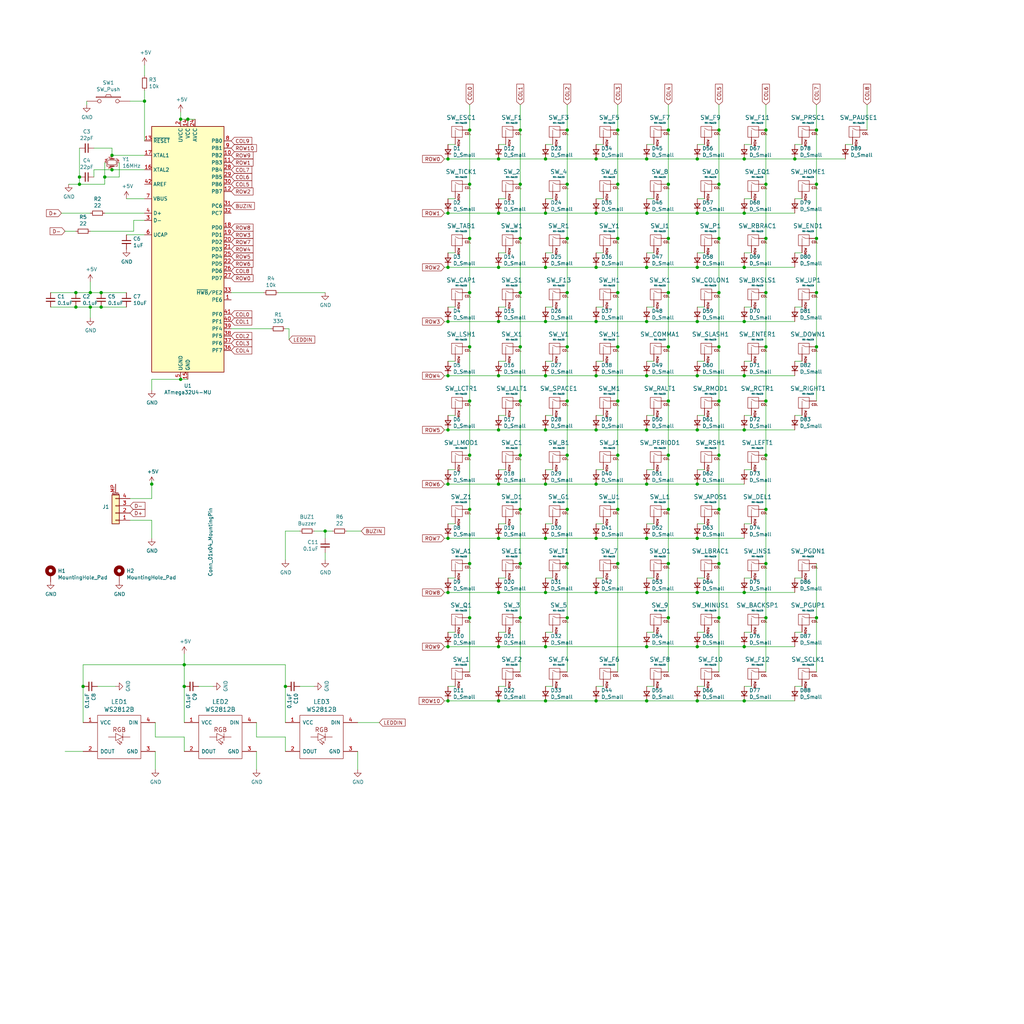
<source format=kicad_sch>
(kicad_sch (version 20210621) (generator eeschema)
  (paper "User" 359.994 359.994)
  (junction (at 26.67 102.87) (diameter 1.016))
  (junction (at 26.67 107.95) (diameter 1.016))
  (junction (at 27.94 62.23) (diameter 1.016))
  (junction (at 27.94 64.77) (diameter 1.016))
  (junction (at 29.21 241.3) (diameter 1.016))
  (junction (at 31.75 102.87) (diameter 1.016))
  (junction (at 31.75 107.95) (diameter 1.016))
  (junction (at 35.56 102.87) (diameter 1.016))
  (junction (at 35.56 107.95) (diameter 1.016))
  (junction (at 36.83 62.23) (diameter 1.016))
  (junction (at 39.37 54.61) (diameter 1.016))
  (junction (at 39.37 59.69) (diameter 1.016))
  (junction (at 50.8 35.56) (diameter 1.016))
  (junction (at 53.34 170.18) (diameter 1.016))
  (junction (at 63.5 41.91) (diameter 1.016))
  (junction (at 63.5 133.35) (diameter 1.016))
  (junction (at 64.77 233.68) (diameter 1.016))
  (junction (at 64.77 241.3) (diameter 1.016))
  (junction (at 66.04 41.91) (diameter 1.016))
  (junction (at 100.33 241.3) (diameter 1.016))
  (junction (at 114.3 186.69) (diameter 1.016))
  (junction (at 157.48 55.88) (diameter 1.016))
  (junction (at 157.48 74.93) (diameter 1.016))
  (junction (at 157.48 93.98) (diameter 1.016))
  (junction (at 157.48 113.03) (diameter 1.016))
  (junction (at 157.48 132.08) (diameter 1.016))
  (junction (at 157.48 151.13) (diameter 1.016))
  (junction (at 157.48 170.18) (diameter 1.016))
  (junction (at 157.48 189.23) (diameter 1.016))
  (junction (at 157.48 208.28) (diameter 1.016))
  (junction (at 157.48 227.33) (diameter 1.016))
  (junction (at 157.48 246.38) (diameter 1.016))
  (junction (at 165.1 45.72) (diameter 1.016))
  (junction (at 165.1 64.77) (diameter 1.016))
  (junction (at 165.1 83.82) (diameter 1.016))
  (junction (at 165.1 102.87) (diameter 1.016))
  (junction (at 165.1 121.92) (diameter 1.016))
  (junction (at 165.1 140.97) (diameter 1.016))
  (junction (at 165.1 160.02) (diameter 1.016))
  (junction (at 165.1 179.07) (diameter 1.016))
  (junction (at 165.1 198.12) (diameter 1.016))
  (junction (at 165.1 217.17) (diameter 1.016))
  (junction (at 175.26 55.88) (diameter 1.016))
  (junction (at 175.26 74.93) (diameter 1.016))
  (junction (at 175.26 93.98) (diameter 1.016))
  (junction (at 175.26 113.03) (diameter 1.016))
  (junction (at 175.26 132.08) (diameter 1.016))
  (junction (at 175.26 151.13) (diameter 1.016))
  (junction (at 175.26 170.18) (diameter 1.016))
  (junction (at 175.26 189.23) (diameter 1.016))
  (junction (at 175.26 208.28) (diameter 1.016))
  (junction (at 175.26 227.33) (diameter 1.016))
  (junction (at 175.26 246.38) (diameter 1.016))
  (junction (at 182.88 45.72) (diameter 1.016))
  (junction (at 182.88 64.77) (diameter 1.016))
  (junction (at 182.88 83.82) (diameter 1.016))
  (junction (at 182.88 102.87) (diameter 1.016))
  (junction (at 182.88 121.92) (diameter 1.016))
  (junction (at 182.88 140.97) (diameter 1.016))
  (junction (at 182.88 160.02) (diameter 1.016))
  (junction (at 182.88 179.07) (diameter 1.016))
  (junction (at 182.88 198.12) (diameter 1.016))
  (junction (at 182.88 217.17) (diameter 1.016))
  (junction (at 191.77 55.88) (diameter 1.016))
  (junction (at 191.77 74.93) (diameter 1.016))
  (junction (at 191.77 93.98) (diameter 1.016))
  (junction (at 191.77 113.03) (diameter 1.016))
  (junction (at 191.77 132.08) (diameter 1.016))
  (junction (at 191.77 151.13) (diameter 1.016))
  (junction (at 191.77 170.18) (diameter 1.016))
  (junction (at 191.77 189.23) (diameter 1.016))
  (junction (at 191.77 208.28) (diameter 1.016))
  (junction (at 191.77 227.33) (diameter 1.016))
  (junction (at 191.77 246.38) (diameter 1.016))
  (junction (at 199.39 45.72) (diameter 1.016))
  (junction (at 199.39 64.77) (diameter 1.016))
  (junction (at 199.39 83.82) (diameter 1.016))
  (junction (at 199.39 102.87) (diameter 1.016))
  (junction (at 199.39 121.92) (diameter 1.016))
  (junction (at 199.39 140.97) (diameter 1.016))
  (junction (at 199.39 160.02) (diameter 1.016))
  (junction (at 199.39 179.07) (diameter 1.016))
  (junction (at 199.39 198.12) (diameter 1.016))
  (junction (at 199.39 217.17) (diameter 1.016))
  (junction (at 209.55 55.88) (diameter 1.016))
  (junction (at 209.55 74.93) (diameter 1.016))
  (junction (at 209.55 93.98) (diameter 1.016))
  (junction (at 209.55 113.03) (diameter 1.016))
  (junction (at 209.55 132.08) (diameter 1.016))
  (junction (at 209.55 151.13) (diameter 1.016))
  (junction (at 209.55 170.18) (diameter 1.016))
  (junction (at 209.55 189.23) (diameter 1.016))
  (junction (at 209.55 208.28) (diameter 1.016))
  (junction (at 209.55 246.38) (diameter 1.016))
  (junction (at 217.17 45.72) (diameter 1.016))
  (junction (at 217.17 64.77) (diameter 1.016))
  (junction (at 217.17 83.82) (diameter 1.016))
  (junction (at 217.17 102.87) (diameter 1.016))
  (junction (at 217.17 121.92) (diameter 1.016))
  (junction (at 217.17 140.97) (diameter 1.016))
  (junction (at 217.17 160.02) (diameter 1.016))
  (junction (at 217.17 179.07) (diameter 1.016))
  (junction (at 217.17 198.12) (diameter 1.016))
  (junction (at 227.33 55.88) (diameter 1.016))
  (junction (at 227.33 74.93) (diameter 1.016))
  (junction (at 227.33 93.98) (diameter 1.016))
  (junction (at 227.33 113.03) (diameter 1.016))
  (junction (at 227.33 132.08) (diameter 1.016))
  (junction (at 227.33 151.13) (diameter 1.016))
  (junction (at 227.33 170.18) (diameter 1.016))
  (junction (at 227.33 189.23) (diameter 1.016))
  (junction (at 227.33 208.28) (diameter 1.016))
  (junction (at 227.33 227.33) (diameter 1.016))
  (junction (at 227.33 246.38) (diameter 1.016))
  (junction (at 234.95 45.72) (diameter 1.016))
  (junction (at 234.95 64.77) (diameter 1.016))
  (junction (at 234.95 83.82) (diameter 1.016))
  (junction (at 234.95 102.87) (diameter 1.016))
  (junction (at 234.95 121.92) (diameter 1.016))
  (junction (at 234.95 140.97) (diameter 1.016))
  (junction (at 234.95 160.02) (diameter 1.016))
  (junction (at 234.95 179.07) (diameter 1.016))
  (junction (at 234.95 198.12) (diameter 1.016))
  (junction (at 234.95 217.17) (diameter 1.016))
  (junction (at 245.11 55.88) (diameter 1.016))
  (junction (at 245.11 74.93) (diameter 1.016))
  (junction (at 245.11 93.98) (diameter 1.016))
  (junction (at 245.11 113.03) (diameter 1.016))
  (junction (at 245.11 132.08) (diameter 1.016))
  (junction (at 245.11 151.13) (diameter 1.016))
  (junction (at 245.11 170.18) (diameter 1.016))
  (junction (at 245.11 189.23) (diameter 1.016))
  (junction (at 245.11 208.28) (diameter 1.016))
  (junction (at 245.11 227.33) (diameter 1.016))
  (junction (at 245.11 246.38) (diameter 1.016))
  (junction (at 252.73 45.72) (diameter 1.016))
  (junction (at 252.73 64.77) (diameter 1.016))
  (junction (at 252.73 83.82) (diameter 1.016))
  (junction (at 252.73 102.87) (diameter 1.016))
  (junction (at 252.73 121.92) (diameter 1.016))
  (junction (at 252.73 140.97) (diameter 1.016))
  (junction (at 252.73 160.02) (diameter 1.016))
  (junction (at 252.73 179.07) (diameter 1.016))
  (junction (at 252.73 198.12) (diameter 1.016))
  (junction (at 252.73 217.17) (diameter 1.016))
  (junction (at 261.62 55.88) (diameter 1.016))
  (junction (at 261.62 74.93) (diameter 1.016))
  (junction (at 261.62 93.98) (diameter 1.016))
  (junction (at 261.62 113.03) (diameter 1.016))
  (junction (at 261.62 132.08) (diameter 1.016))
  (junction (at 261.62 151.13) (diameter 1.016))
  (junction (at 261.62 208.28) (diameter 1.016))
  (junction (at 261.62 227.33) (diameter 1.016))
  (junction (at 261.62 246.38) (diameter 1.016))
  (junction (at 269.24 45.72) (diameter 1.016))
  (junction (at 269.24 64.77) (diameter 1.016))
  (junction (at 269.24 83.82) (diameter 1.016))
  (junction (at 269.24 102.87) (diameter 1.016))
  (junction (at 269.24 121.92) (diameter 1.016))
  (junction (at 269.24 140.97) (diameter 1.016))
  (junction (at 269.24 160.02) (diameter 1.016))
  (junction (at 269.24 179.07) (diameter 1.016))
  (junction (at 269.24 198.12) (diameter 1.016))
  (junction (at 269.24 217.17) (diameter 1.016))
  (junction (at 279.4 55.88) (diameter 1.016))
  (junction (at 287.02 45.72) (diameter 1.016))
  (junction (at 287.02 64.77) (diameter 1.016))
  (junction (at 287.02 83.82) (diameter 1.016))
  (junction (at 287.02 102.87) (diameter 1.016))
  (junction (at 287.02 121.92) (diameter 1.016))
  (junction (at 287.02 217.17) (diameter 1.016))
  (wire (pts (xy 17.78 102.87) (xy 26.67 102.87)))
  (wire (pts (xy 21.59 74.93) (xy 31.75 74.93)))
  (wire (pts (xy 22.86 81.28) (xy 26.67 81.28)))
  (wire (pts (xy 26.67 102.87) (xy 31.75 102.87)))
  (wire (pts (xy 26.67 107.95) (xy 17.78 107.95)))
  (wire (pts (xy 27.94 52.07) (xy 27.94 62.23)))
  (wire (pts (xy 27.94 62.23) (xy 27.94 64.77)))
  (wire (pts (xy 27.94 64.77) (xy 24.13 64.77)))
  (wire (pts (xy 29.21 233.68) (xy 29.21 241.3)))
  (wire (pts (xy 29.21 241.3) (xy 29.21 254)))
  (wire (pts (xy 29.21 264.16) (xy 22.86 264.16)))
  (wire (pts (xy 30.48 36.83) (xy 30.48 35.56)))
  (wire (pts (xy 31.75 81.28) (xy 46.99 81.28)))
  (wire (pts (xy 31.75 102.87) (xy 31.75 99.06)))
  (wire (pts (xy 31.75 102.87) (xy 35.56 102.87)))
  (wire (pts (xy 31.75 107.95) (xy 26.67 107.95)))
  (wire (pts (xy 31.75 111.76) (xy 31.75 107.95)))
  (wire (pts (xy 33.02 52.07) (xy 39.37 52.07)))
  (wire (pts (xy 33.02 59.69) (xy 33.02 62.23)))
  (wire (pts (xy 34.29 241.3) (xy 40.64 241.3)))
  (wire (pts (xy 35.56 102.87) (xy 44.45 102.87)))
  (wire (pts (xy 35.56 107.95) (xy 31.75 107.95)))
  (wire (pts (xy 36.83 57.15) (xy 36.83 62.23)))
  (wire (pts (xy 36.83 62.23) (xy 36.83 64.77)))
  (wire (pts (xy 36.83 64.77) (xy 27.94 64.77)))
  (wire (pts (xy 36.83 74.93) (xy 50.8 74.93)))
  (wire (pts (xy 39.37 52.07) (xy 39.37 54.61)))
  (wire (pts (xy 39.37 59.69) (xy 33.02 59.69)))
  (wire (pts (xy 39.37 59.69) (xy 50.8 59.69)))
  (wire (pts (xy 41.91 57.15) (xy 41.91 62.23)))
  (wire (pts (xy 41.91 62.23) (xy 36.83 62.23)))
  (wire (pts (xy 44.45 69.85) (xy 50.8 69.85)))
  (wire (pts (xy 44.45 107.95) (xy 35.56 107.95)))
  (wire (pts (xy 45.72 35.56) (xy 50.8 35.56)))
  (wire (pts (xy 45.72 175.26) (xy 53.34 175.26)))
  (wire (pts (xy 46.99 77.47) (xy 50.8 77.47)))
  (wire (pts (xy 46.99 81.28) (xy 46.99 77.47)))
  (wire (pts (xy 50.8 26.67) (xy 50.8 22.86)))
  (wire (pts (xy 50.8 35.56) (xy 50.8 31.75)))
  (wire (pts (xy 50.8 35.56) (xy 50.8 49.53)))
  (wire (pts (xy 50.8 54.61) (xy 39.37 54.61)))
  (wire (pts (xy 50.8 82.55) (xy 44.45 82.55)))
  (wire (pts (xy 53.34 133.35) (xy 63.5 133.35)))
  (wire (pts (xy 53.34 137.16) (xy 53.34 133.35)))
  (wire (pts (xy 53.34 168.91) (xy 53.34 170.18)))
  (wire (pts (xy 53.34 170.18) (xy 53.34 175.26)))
  (wire (pts (xy 53.34 182.88) (xy 45.72 182.88)))
  (wire (pts (xy 53.34 182.88) (xy 53.34 189.23)))
  (wire (pts (xy 54.61 259.08) (xy 54.61 254)))
  (wire (pts (xy 54.61 264.16) (xy 54.61 270.51)))
  (wire (pts (xy 63.5 41.91) (xy 63.5 39.37)))
  (wire (pts (xy 63.5 41.91) (xy 66.04 41.91)))
  (wire (pts (xy 63.5 133.35) (xy 66.04 133.35)))
  (wire (pts (xy 64.77 233.68) (xy 29.21 233.68)))
  (wire (pts (xy 64.77 233.68) (xy 64.77 229.87)))
  (wire (pts (xy 64.77 233.68) (xy 64.77 241.3)))
  (wire (pts (xy 64.77 233.68) (xy 100.33 233.68)))
  (wire (pts (xy 64.77 241.3) (xy 64.77 254)))
  (wire (pts (xy 64.77 259.08) (xy 54.61 259.08)))
  (wire (pts (xy 64.77 264.16) (xy 64.77 259.08)))
  (wire (pts (xy 66.04 41.91) (xy 68.58 41.91)))
  (wire (pts (xy 69.85 241.3) (xy 74.93 241.3)))
  (wire (pts (xy 81.28 102.87) (xy 92.71 102.87)))
  (wire (pts (xy 81.28 115.57) (xy 95.25 115.57)))
  (wire (pts (xy 90.17 259.08) (xy 90.17 254)))
  (wire (pts (xy 90.17 264.16) (xy 90.17 270.51)))
  (wire (pts (xy 97.79 102.87) (xy 114.3 102.87)))
  (wire (pts (xy 100.33 115.57) (xy 101.6 115.57)))
  (wire (pts (xy 100.33 186.69) (xy 100.33 196.85)))
  (wire (pts (xy 100.33 186.69) (xy 105.41 186.69)))
  (wire (pts (xy 100.33 233.68) (xy 100.33 241.3)))
  (wire (pts (xy 100.33 241.3) (xy 100.33 254)))
  (wire (pts (xy 100.33 259.08) (xy 90.17 259.08)))
  (wire (pts (xy 100.33 264.16) (xy 100.33 259.08)))
  (wire (pts (xy 101.6 115.57) (xy 101.6 119.38)))
  (wire (pts (xy 105.41 241.3) (xy 110.49 241.3)))
  (wire (pts (xy 110.49 186.69) (xy 114.3 186.69)))
  (wire (pts (xy 114.3 186.69) (xy 114.3 189.23)))
  (wire (pts (xy 114.3 186.69) (xy 116.84 186.69)))
  (wire (pts (xy 114.3 194.31) (xy 114.3 196.85)))
  (wire (pts (xy 121.92 186.69) (xy 127 186.69)))
  (wire (pts (xy 125.73 264.16) (xy 125.73 270.51)))
  (wire (pts (xy 133.35 254) (xy 125.73 254)))
  (wire (pts (xy 156.21 55.88) (xy 157.48 55.88)))
  (wire (pts (xy 156.21 74.93) (xy 157.48 74.93)))
  (wire (pts (xy 156.21 93.98) (xy 157.48 93.98)))
  (wire (pts (xy 156.21 113.03) (xy 157.48 113.03)))
  (wire (pts (xy 156.21 132.08) (xy 157.48 132.08)))
  (wire (pts (xy 156.21 151.13) (xy 157.48 151.13)))
  (wire (pts (xy 156.21 170.18) (xy 157.48 170.18)))
  (wire (pts (xy 156.21 189.23) (xy 157.48 189.23)))
  (wire (pts (xy 156.21 208.28) (xy 157.48 208.28)))
  (wire (pts (xy 156.21 227.33) (xy 157.48 227.33)))
  (wire (pts (xy 156.21 246.38) (xy 157.48 246.38)))
  (wire (pts (xy 157.48 50.8) (xy 160.02 50.8)))
  (wire (pts (xy 157.48 55.88) (xy 175.26 55.88)))
  (wire (pts (xy 157.48 69.85) (xy 160.02 69.85)))
  (wire (pts (xy 157.48 74.93) (xy 175.26 74.93)))
  (wire (pts (xy 157.48 88.9) (xy 160.02 88.9)))
  (wire (pts (xy 157.48 93.98) (xy 175.26 93.98)))
  (wire (pts (xy 157.48 107.95) (xy 160.02 107.95)))
  (wire (pts (xy 157.48 113.03) (xy 175.26 113.03)))
  (wire (pts (xy 157.48 127) (xy 160.02 127)))
  (wire (pts (xy 157.48 132.08) (xy 175.26 132.08)))
  (wire (pts (xy 157.48 146.05) (xy 160.02 146.05)))
  (wire (pts (xy 157.48 151.13) (xy 175.26 151.13)))
  (wire (pts (xy 157.48 165.1) (xy 160.02 165.1)))
  (wire (pts (xy 157.48 170.18) (xy 175.26 170.18)))
  (wire (pts (xy 157.48 184.15) (xy 160.02 184.15)))
  (wire (pts (xy 157.48 189.23) (xy 175.26 189.23)))
  (wire (pts (xy 157.48 203.2) (xy 160.02 203.2)))
  (wire (pts (xy 157.48 208.28) (xy 175.26 208.28)))
  (wire (pts (xy 157.48 222.25) (xy 160.02 222.25)))
  (wire (pts (xy 157.48 227.33) (xy 175.26 227.33)))
  (wire (pts (xy 157.48 241.3) (xy 160.02 241.3)))
  (wire (pts (xy 157.48 246.38) (xy 175.26 246.38)))
  (wire (pts (xy 165.1 45.72) (xy 165.1 36.83)))
  (wire (pts (xy 165.1 45.72) (xy 165.1 64.77)))
  (wire (pts (xy 165.1 64.77) (xy 165.1 83.82)))
  (wire (pts (xy 165.1 83.82) (xy 165.1 102.87)))
  (wire (pts (xy 165.1 102.87) (xy 165.1 121.92)))
  (wire (pts (xy 165.1 121.92) (xy 165.1 140.97)))
  (wire (pts (xy 165.1 140.97) (xy 165.1 160.02)))
  (wire (pts (xy 165.1 160.02) (xy 165.1 179.07)))
  (wire (pts (xy 165.1 179.07) (xy 165.1 198.12)))
  (wire (pts (xy 165.1 198.12) (xy 165.1 217.17)))
  (wire (pts (xy 165.1 217.17) (xy 165.1 236.22)))
  (wire (pts (xy 175.26 50.8) (xy 177.8 50.8)))
  (wire (pts (xy 175.26 55.88) (xy 191.77 55.88)))
  (wire (pts (xy 175.26 69.85) (xy 177.8 69.85)))
  (wire (pts (xy 175.26 74.93) (xy 191.77 74.93)))
  (wire (pts (xy 175.26 88.9) (xy 177.8 88.9)))
  (wire (pts (xy 175.26 93.98) (xy 191.77 93.98)))
  (wire (pts (xy 175.26 107.95) (xy 177.8 107.95)))
  (wire (pts (xy 175.26 113.03) (xy 191.77 113.03)))
  (wire (pts (xy 175.26 127) (xy 177.8 127)))
  (wire (pts (xy 175.26 132.08) (xy 191.77 132.08)))
  (wire (pts (xy 175.26 146.05) (xy 177.8 146.05)))
  (wire (pts (xy 175.26 151.13) (xy 191.77 151.13)))
  (wire (pts (xy 175.26 165.1) (xy 177.8 165.1)))
  (wire (pts (xy 175.26 170.18) (xy 191.77 170.18)))
  (wire (pts (xy 175.26 184.15) (xy 177.8 184.15)))
  (wire (pts (xy 175.26 189.23) (xy 191.77 189.23)))
  (wire (pts (xy 175.26 203.2) (xy 177.8 203.2)))
  (wire (pts (xy 175.26 208.28) (xy 191.77 208.28)))
  (wire (pts (xy 175.26 222.25) (xy 177.8 222.25)))
  (wire (pts (xy 175.26 227.33) (xy 191.77 227.33)))
  (wire (pts (xy 175.26 241.3) (xy 177.8 241.3)))
  (wire (pts (xy 175.26 246.38) (xy 191.77 246.38)))
  (wire (pts (xy 182.88 45.72) (xy 182.88 36.83)))
  (wire (pts (xy 182.88 45.72) (xy 182.88 64.77)))
  (wire (pts (xy 182.88 64.77) (xy 182.88 83.82)))
  (wire (pts (xy 182.88 83.82) (xy 182.88 102.87)))
  (wire (pts (xy 182.88 102.87) (xy 182.88 121.92)))
  (wire (pts (xy 182.88 121.92) (xy 182.88 140.97)))
  (wire (pts (xy 182.88 140.97) (xy 182.88 160.02)))
  (wire (pts (xy 182.88 160.02) (xy 182.88 179.07)))
  (wire (pts (xy 182.88 179.07) (xy 182.88 198.12)))
  (wire (pts (xy 182.88 198.12) (xy 182.88 217.17)))
  (wire (pts (xy 182.88 217.17) (xy 182.88 236.22)))
  (wire (pts (xy 191.77 50.8) (xy 194.31 50.8)))
  (wire (pts (xy 191.77 55.88) (xy 209.55 55.88)))
  (wire (pts (xy 191.77 69.85) (xy 194.31 69.85)))
  (wire (pts (xy 191.77 74.93) (xy 209.55 74.93)))
  (wire (pts (xy 191.77 88.9) (xy 194.31 88.9)))
  (wire (pts (xy 191.77 93.98) (xy 209.55 93.98)))
  (wire (pts (xy 191.77 107.95) (xy 194.31 107.95)))
  (wire (pts (xy 191.77 113.03) (xy 209.55 113.03)))
  (wire (pts (xy 191.77 127) (xy 194.31 127)))
  (wire (pts (xy 191.77 132.08) (xy 209.55 132.08)))
  (wire (pts (xy 191.77 146.05) (xy 194.31 146.05)))
  (wire (pts (xy 191.77 151.13) (xy 209.55 151.13)))
  (wire (pts (xy 191.77 165.1) (xy 194.31 165.1)))
  (wire (pts (xy 191.77 170.18) (xy 209.55 170.18)))
  (wire (pts (xy 191.77 184.15) (xy 194.31 184.15)))
  (wire (pts (xy 191.77 189.23) (xy 209.55 189.23)))
  (wire (pts (xy 191.77 203.2) (xy 194.31 203.2)))
  (wire (pts (xy 191.77 208.28) (xy 209.55 208.28)))
  (wire (pts (xy 191.77 222.25) (xy 194.31 222.25)))
  (wire (pts (xy 191.77 227.33) (xy 227.33 227.33)))
  (wire (pts (xy 191.77 241.3) (xy 194.31 241.3)))
  (wire (pts (xy 191.77 246.38) (xy 209.55 246.38)))
  (wire (pts (xy 199.39 45.72) (xy 199.39 36.83)))
  (wire (pts (xy 199.39 64.77) (xy 199.39 45.72)))
  (wire (pts (xy 199.39 83.82) (xy 199.39 64.77)))
  (wire (pts (xy 199.39 102.87) (xy 199.39 83.82)))
  (wire (pts (xy 199.39 121.92) (xy 199.39 102.87)))
  (wire (pts (xy 199.39 140.97) (xy 199.39 121.92)))
  (wire (pts (xy 199.39 160.02) (xy 199.39 140.97)))
  (wire (pts (xy 199.39 179.07) (xy 199.39 160.02)))
  (wire (pts (xy 199.39 198.12) (xy 199.39 179.07)))
  (wire (pts (xy 199.39 217.17) (xy 199.39 198.12)))
  (wire (pts (xy 199.39 236.22) (xy 199.39 217.17)))
  (wire (pts (xy 209.55 50.8) (xy 212.09 50.8)))
  (wire (pts (xy 209.55 55.88) (xy 227.33 55.88)))
  (wire (pts (xy 209.55 69.85) (xy 212.09 69.85)))
  (wire (pts (xy 209.55 74.93) (xy 227.33 74.93)))
  (wire (pts (xy 209.55 88.9) (xy 212.09 88.9)))
  (wire (pts (xy 209.55 93.98) (xy 227.33 93.98)))
  (wire (pts (xy 209.55 107.95) (xy 212.09 107.95)))
  (wire (pts (xy 209.55 113.03) (xy 227.33 113.03)))
  (wire (pts (xy 209.55 127) (xy 212.09 127)))
  (wire (pts (xy 209.55 132.08) (xy 227.33 132.08)))
  (wire (pts (xy 209.55 146.05) (xy 212.09 146.05)))
  (wire (pts (xy 209.55 151.13) (xy 227.33 151.13)))
  (wire (pts (xy 209.55 165.1) (xy 212.09 165.1)))
  (wire (pts (xy 209.55 170.18) (xy 227.33 170.18)))
  (wire (pts (xy 209.55 184.15) (xy 212.09 184.15)))
  (wire (pts (xy 209.55 189.23) (xy 227.33 189.23)))
  (wire (pts (xy 209.55 203.2) (xy 212.09 203.2)))
  (wire (pts (xy 209.55 208.28) (xy 227.33 208.28)))
  (wire (pts (xy 209.55 241.3) (xy 212.09 241.3)))
  (wire (pts (xy 209.55 246.38) (xy 227.33 246.38)))
  (wire (pts (xy 217.17 45.72) (xy 217.17 36.83)))
  (wire (pts (xy 217.17 45.72) (xy 217.17 64.77)))
  (wire (pts (xy 217.17 64.77) (xy 217.17 83.82)))
  (wire (pts (xy 217.17 83.82) (xy 217.17 102.87)))
  (wire (pts (xy 217.17 102.87) (xy 217.17 121.92)))
  (wire (pts (xy 217.17 121.92) (xy 217.17 140.97)))
  (wire (pts (xy 217.17 140.97) (xy 217.17 160.02)))
  (wire (pts (xy 217.17 160.02) (xy 217.17 179.07)))
  (wire (pts (xy 217.17 179.07) (xy 217.17 198.12)))
  (wire (pts (xy 217.17 198.12) (xy 217.17 236.22)))
  (wire (pts (xy 227.33 50.8) (xy 229.87 50.8)))
  (wire (pts (xy 227.33 55.88) (xy 245.11 55.88)))
  (wire (pts (xy 227.33 69.85) (xy 229.87 69.85)))
  (wire (pts (xy 227.33 74.93) (xy 245.11 74.93)))
  (wire (pts (xy 227.33 88.9) (xy 229.87 88.9)))
  (wire (pts (xy 227.33 93.98) (xy 245.11 93.98)))
  (wire (pts (xy 227.33 107.95) (xy 229.87 107.95)))
  (wire (pts (xy 227.33 113.03) (xy 245.11 113.03)))
  (wire (pts (xy 227.33 127) (xy 229.87 127)))
  (wire (pts (xy 227.33 132.08) (xy 245.11 132.08)))
  (wire (pts (xy 227.33 146.05) (xy 229.87 146.05)))
  (wire (pts (xy 227.33 151.13) (xy 245.11 151.13)))
  (wire (pts (xy 227.33 165.1) (xy 229.87 165.1)))
  (wire (pts (xy 227.33 170.18) (xy 245.11 170.18)))
  (wire (pts (xy 227.33 184.15) (xy 229.87 184.15)))
  (wire (pts (xy 227.33 189.23) (xy 245.11 189.23)))
  (wire (pts (xy 227.33 203.2) (xy 229.87 203.2)))
  (wire (pts (xy 227.33 208.28) (xy 245.11 208.28)))
  (wire (pts (xy 227.33 222.25) (xy 229.87 222.25)))
  (wire (pts (xy 227.33 227.33) (xy 245.11 227.33)))
  (wire (pts (xy 227.33 241.3) (xy 229.87 241.3)))
  (wire (pts (xy 227.33 246.38) (xy 245.11 246.38)))
  (wire (pts (xy 234.95 45.72) (xy 234.95 36.83)))
  (wire (pts (xy 234.95 64.77) (xy 234.95 45.72)))
  (wire (pts (xy 234.95 83.82) (xy 234.95 64.77)))
  (wire (pts (xy 234.95 102.87) (xy 234.95 83.82)))
  (wire (pts (xy 234.95 121.92) (xy 234.95 102.87)))
  (wire (pts (xy 234.95 140.97) (xy 234.95 121.92)))
  (wire (pts (xy 234.95 160.02) (xy 234.95 140.97)))
  (wire (pts (xy 234.95 179.07) (xy 234.95 160.02)))
  (wire (pts (xy 234.95 198.12) (xy 234.95 179.07)))
  (wire (pts (xy 234.95 217.17) (xy 234.95 198.12)))
  (wire (pts (xy 234.95 236.22) (xy 234.95 217.17)))
  (wire (pts (xy 245.11 50.8) (xy 247.65 50.8)))
  (wire (pts (xy 245.11 55.88) (xy 261.62 55.88)))
  (wire (pts (xy 245.11 69.85) (xy 247.65 69.85)))
  (wire (pts (xy 245.11 74.93) (xy 261.62 74.93)))
  (wire (pts (xy 245.11 88.9) (xy 247.65 88.9)))
  (wire (pts (xy 245.11 93.98) (xy 261.62 93.98)))
  (wire (pts (xy 245.11 107.95) (xy 247.65 107.95)))
  (wire (pts (xy 245.11 113.03) (xy 261.62 113.03)))
  (wire (pts (xy 245.11 127) (xy 247.65 127)))
  (wire (pts (xy 245.11 132.08) (xy 261.62 132.08)))
  (wire (pts (xy 245.11 146.05) (xy 247.65 146.05)))
  (wire (pts (xy 245.11 151.13) (xy 261.62 151.13)))
  (wire (pts (xy 245.11 165.1) (xy 247.65 165.1)))
  (wire (pts (xy 245.11 170.18) (xy 261.62 170.18)))
  (wire (pts (xy 245.11 184.15) (xy 247.65 184.15)))
  (wire (pts (xy 245.11 189.23) (xy 261.62 189.23)))
  (wire (pts (xy 245.11 203.2) (xy 247.65 203.2)))
  (wire (pts (xy 245.11 208.28) (xy 261.62 208.28)))
  (wire (pts (xy 245.11 222.25) (xy 247.65 222.25)))
  (wire (pts (xy 245.11 227.33) (xy 261.62 227.33)))
  (wire (pts (xy 245.11 241.3) (xy 247.65 241.3)))
  (wire (pts (xy 245.11 246.38) (xy 261.62 246.38)))
  (wire (pts (xy 252.73 45.72) (xy 252.73 36.83)))
  (wire (pts (xy 252.73 45.72) (xy 252.73 64.77)))
  (wire (pts (xy 252.73 64.77) (xy 252.73 83.82)))
  (wire (pts (xy 252.73 83.82) (xy 252.73 102.87)))
  (wire (pts (xy 252.73 102.87) (xy 252.73 121.92)))
  (wire (pts (xy 252.73 121.92) (xy 252.73 140.97)))
  (wire (pts (xy 252.73 140.97) (xy 252.73 160.02)))
  (wire (pts (xy 252.73 160.02) (xy 252.73 179.07)))
  (wire (pts (xy 252.73 179.07) (xy 252.73 198.12)))
  (wire (pts (xy 252.73 198.12) (xy 252.73 217.17)))
  (wire (pts (xy 252.73 217.17) (xy 252.73 236.22)))
  (wire (pts (xy 261.62 50.8) (xy 264.16 50.8)))
  (wire (pts (xy 261.62 55.88) (xy 279.4 55.88)))
  (wire (pts (xy 261.62 69.85) (xy 264.16 69.85)))
  (wire (pts (xy 261.62 74.93) (xy 279.4 74.93)))
  (wire (pts (xy 261.62 88.9) (xy 264.16 88.9)))
  (wire (pts (xy 261.62 93.98) (xy 279.4 93.98)))
  (wire (pts (xy 261.62 107.95) (xy 264.16 107.95)))
  (wire (pts (xy 261.62 113.03) (xy 279.4 113.03)))
  (wire (pts (xy 261.62 127) (xy 264.16 127)))
  (wire (pts (xy 261.62 132.08) (xy 279.4 132.08)))
  (wire (pts (xy 261.62 146.05) (xy 264.16 146.05)))
  (wire (pts (xy 261.62 151.13) (xy 279.4 151.13)))
  (wire (pts (xy 261.62 165.1) (xy 264.16 165.1)))
  (wire (pts (xy 261.62 184.15) (xy 264.16 184.15)))
  (wire (pts (xy 261.62 203.2) (xy 264.16 203.2)))
  (wire (pts (xy 261.62 208.28) (xy 279.4 208.28)))
  (wire (pts (xy 261.62 222.25) (xy 264.16 222.25)))
  (wire (pts (xy 261.62 227.33) (xy 279.4 227.33)))
  (wire (pts (xy 261.62 241.3) (xy 264.16 241.3)))
  (wire (pts (xy 261.62 246.38) (xy 279.4 246.38)))
  (wire (pts (xy 269.24 45.72) (xy 269.24 36.83)))
  (wire (pts (xy 269.24 64.77) (xy 269.24 45.72)))
  (wire (pts (xy 269.24 83.82) (xy 269.24 64.77)))
  (wire (pts (xy 269.24 102.87) (xy 269.24 83.82)))
  (wire (pts (xy 269.24 121.92) (xy 269.24 102.87)))
  (wire (pts (xy 269.24 140.97) (xy 269.24 121.92)))
  (wire (pts (xy 269.24 160.02) (xy 269.24 140.97)))
  (wire (pts (xy 269.24 179.07) (xy 269.24 160.02)))
  (wire (pts (xy 269.24 198.12) (xy 269.24 179.07)))
  (wire (pts (xy 269.24 217.17) (xy 269.24 198.12)))
  (wire (pts (xy 269.24 236.22) (xy 269.24 217.17)))
  (wire (pts (xy 279.4 50.8) (xy 281.94 50.8)))
  (wire (pts (xy 279.4 55.88) (xy 297.18 55.88)))
  (wire (pts (xy 279.4 69.85) (xy 281.94 69.85)))
  (wire (pts (xy 279.4 88.9) (xy 281.94 88.9)))
  (wire (pts (xy 279.4 107.95) (xy 281.94 107.95)))
  (wire (pts (xy 279.4 127) (xy 281.94 127)))
  (wire (pts (xy 279.4 146.05) (xy 281.94 146.05)))
  (wire (pts (xy 279.4 203.2) (xy 281.94 203.2)))
  (wire (pts (xy 279.4 222.25) (xy 281.94 222.25)))
  (wire (pts (xy 279.4 241.3) (xy 281.94 241.3)))
  (wire (pts (xy 287.02 45.72) (xy 287.02 36.83)))
  (wire (pts (xy 287.02 45.72) (xy 287.02 64.77)))
  (wire (pts (xy 287.02 64.77) (xy 287.02 83.82)))
  (wire (pts (xy 287.02 83.82) (xy 287.02 102.87)))
  (wire (pts (xy 287.02 102.87) (xy 287.02 121.92)))
  (wire (pts (xy 287.02 121.92) (xy 287.02 140.97)))
  (wire (pts (xy 287.02 198.12) (xy 287.02 217.17)))
  (wire (pts (xy 287.02 217.17) (xy 287.02 236.22)))
  (wire (pts (xy 297.18 50.8) (xy 299.72 50.8)))
  (wire (pts (xy 304.8 45.72) (xy 304.8 36.83)))
  (global_label "D+" (shape input) (at 21.59 74.93 180) (property "Intersheet References" "${INTERSHEET_REFS}" (effects hide)))
  (global_label "D-" (shape input) (at 22.86 81.28 180) (property "Intersheet References" "${INTERSHEET_REFS}" (effects hide)))
  (global_label "D-" (shape input) (at 45.72 177.8 0) (property "Intersheet References" "${INTERSHEET_REFS}" (effects hide)))
  (global_label "D+" (shape input) (at 45.72 180.34 0) (property "Intersheet References" "${INTERSHEET_REFS}" (effects hide)))
  (global_label "COL9" (shape input) (at 81.28 49.53 0) (property "Intersheet References" "${INTERSHEET_REFS}" (effects hide)))
  (global_label "ROW10" (shape input) (at 81.28 52.07 0) (property "Intersheet References" "${INTERSHEET_REFS}" (effects hide)))
  (global_label "ROW9" (shape input) (at 81.28 54.61 0) (property "Intersheet References" "${INTERSHEET_REFS}" (effects hide)))
  (global_label "ROW1" (shape input) (at 81.28 57.15 0) (property "Intersheet References" "${INTERSHEET_REFS}" (effects hide)))
  (global_label "COL7" (shape input) (at 81.28 59.69 0) (property "Intersheet References" "${INTERSHEET_REFS}" (effects hide)))
  (global_label "COL6" (shape input) (at 81.28 62.23 0) (property "Intersheet References" "${INTERSHEET_REFS}" (effects hide)))
  (global_label "COL5" (shape input) (at 81.28 64.77 0) (property "Intersheet References" "${INTERSHEET_REFS}" (effects hide)))
  (global_label "ROW2" (shape input) (at 81.28 67.31 0) (property "Intersheet References" "${INTERSHEET_REFS}" (effects hide)))
  (global_label "BUZIN" (shape input) (at 81.28 72.39 0) (property "Intersheet References" "${INTERSHEET_REFS}" (effects hide)))
  (global_label "ROW8" (shape input) (at 81.28 80.01 0) (property "Intersheet References" "${INTERSHEET_REFS}" (effects hide)))
  (global_label "ROW3" (shape input) (at 81.28 82.55 0) (property "Intersheet References" "${INTERSHEET_REFS}" (effects hide)))
  (global_label "ROW7" (shape input) (at 81.28 85.09 0) (property "Intersheet References" "${INTERSHEET_REFS}" (effects hide)))
  (global_label "ROW4" (shape input) (at 81.28 87.63 0) (property "Intersheet References" "${INTERSHEET_REFS}" (effects hide)))
  (global_label "ROW5" (shape input) (at 81.28 90.17 0) (property "Intersheet References" "${INTERSHEET_REFS}" (effects hide)))
  (global_label "ROW6" (shape input) (at 81.28 92.71 0) (property "Intersheet References" "${INTERSHEET_REFS}" (effects hide)))
  (global_label "COL8" (shape input) (at 81.28 95.25 0) (property "Intersheet References" "${INTERSHEET_REFS}" (effects hide)))
  (global_label "ROW0" (shape input) (at 81.28 97.79 0) (property "Intersheet References" "${INTERSHEET_REFS}" (effects hide)))
  (global_label "COL0" (shape input) (at 81.28 110.49 0) (property "Intersheet References" "${INTERSHEET_REFS}" (effects hide)))
  (global_label "COL1" (shape input) (at 81.28 113.03 0) (property "Intersheet References" "${INTERSHEET_REFS}" (effects hide)))
  (global_label "COL2" (shape input) (at 81.28 118.11 0) (property "Intersheet References" "${INTERSHEET_REFS}" (effects hide)))
  (global_label "COL3" (shape input) (at 81.28 120.65 0) (property "Intersheet References" "${INTERSHEET_REFS}" (effects hide)))
  (global_label "COL4" (shape input) (at 81.28 123.19 0) (property "Intersheet References" "${INTERSHEET_REFS}" (effects hide)))
  (global_label "LEDDIN" (shape input) (at 101.6 119.38 0) (property "Intersheet References" "${INTERSHEET_REFS}" (effects hide)))
  (global_label "BUZIN" (shape input) (at 127 186.69 0) (property "Intersheet References" "${INTERSHEET_REFS}" (effects hide)))
  (global_label "LEDDIN" (shape input) (at 133.35 254 0) (property "Intersheet References" "${INTERSHEET_REFS}" (effects hide)))
  (global_label "ROW0" (shape input) (at 156.21 55.88 180) (property "Intersheet References" "${INTERSHEET_REFS}" (effects hide)))
  (global_label "ROW1" (shape input) (at 156.21 74.93 180) (property "Intersheet References" "${INTERSHEET_REFS}" (effects hide)))
  (global_label "ROW2" (shape input) (at 156.21 93.98 180) (property "Intersheet References" "${INTERSHEET_REFS}" (effects hide)))
  (global_label "ROW3" (shape input) (at 156.21 113.03 180) (property "Intersheet References" "${INTERSHEET_REFS}" (effects hide)))
  (global_label "ROW4" (shape input) (at 156.21 132.08 180) (property "Intersheet References" "${INTERSHEET_REFS}" (effects hide)))
  (global_label "ROW5" (shape input) (at 156.21 151.13 180) (property "Intersheet References" "${INTERSHEET_REFS}" (effects hide)))
  (global_label "ROW6" (shape input) (at 156.21 170.18 180) (property "Intersheet References" "${INTERSHEET_REFS}" (effects hide)))
  (global_label "ROW7" (shape input) (at 156.21 189.23 180) (property "Intersheet References" "${INTERSHEET_REFS}" (effects hide)))
  (global_label "ROW8" (shape input) (at 156.21 208.28 180) (property "Intersheet References" "${INTERSHEET_REFS}" (effects hide)))
  (global_label "ROW9" (shape input) (at 156.21 227.33 180) (property "Intersheet References" "${INTERSHEET_REFS}" (effects hide)))
  (global_label "ROW10" (shape input) (at 156.21 246.38 180) (property "Intersheet References" "${INTERSHEET_REFS}" (effects hide)))
  (global_label "COL0" (shape input) (at 165.1 36.83 90) (property "Intersheet References" "${INTERSHEET_REFS}" (effects hide)))
  (global_label "COL1" (shape input) (at 182.88 36.83 90) (property "Intersheet References" "${INTERSHEET_REFS}" (effects hide)))
  (global_label "COL2" (shape input) (at 199.39 36.83 90) (property "Intersheet References" "${INTERSHEET_REFS}" (effects hide)))
  (global_label "COL3" (shape input) (at 217.17 36.83 90) (property "Intersheet References" "${INTERSHEET_REFS}" (effects hide)))
  (global_label "COL4" (shape input) (at 234.95 36.83 90) (property "Intersheet References" "${INTERSHEET_REFS}" (effects hide)))
  (global_label "COL5" (shape input) (at 252.73 36.83 90) (property "Intersheet References" "${INTERSHEET_REFS}" (effects hide)))
  (global_label "COL6" (shape input) (at 269.24 36.83 90) (property "Intersheet References" "${INTERSHEET_REFS}" (effects hide)))
  (global_label "COL7" (shape input) (at 287.02 36.83 90) (property "Intersheet References" "${INTERSHEET_REFS}" (effects hide)))
  (global_label "COL8" (shape input) (at 304.8 36.83 90) (property "Intersheet References" "${INTERSHEET_REFS}" (effects hide)))
  (symbol (lib_id "power:+5V") (at 31.75 99.06 0) (unit 1)
    (property "Reference" "#PWR0104" (effects hide))
    (property "Value" "+5V" (at 32.131 94.6658 0))
  )
  (symbol (lib_id "power:+5V") (at 44.45 69.85 0) (unit 1)
    (property "Reference" "#PWR0106" (effects hide))
    (property "Value" "+5V" (at 44.831 65.4558 0))
  )
  (symbol (lib_id "power:+5V") (at 50.8 22.86 0) (unit 1)
    (property "Reference" "#PWR0110" (effects hide))
    (property "Value" "+5V" (at 51.181 18.4658 0))
  )
  (symbol (lib_id "power:+5V") (at 53.34 170.18 0) (unit 1)
    (property "Reference" "#PWR0111" (effects hide))
    (property "Value" "+5V" (at 53.721 165.7858 0))
  )
  (symbol (lib_id "power:+5V") (at 63.5 39.37 0) (unit 1)
    (property "Reference" "#PWR0102" (effects hide))
    (property "Value" "+5V" (at 63.881 34.9758 0))
  )
  (symbol (lib_id "power:+5V") (at 64.77 229.87 0) (unit 1)
    (property "Reference" "#PWR0116" (effects hide))
    (property "Value" "+5V" (at 65.151 225.4758 0))
  )
  (symbol (lib_id "power:GND") (at 17.78 204.47 0) (unit 1)
    (property "Reference" "#PWR0113" (effects hide))
    (property "Value" "GND" (at 17.907 208.8642 0))
  )
  (symbol (lib_id "power:GND") (at 24.13 64.77 0) (unit 1)
    (property "Reference" "#PWR0108" (effects hide))
    (property "Value" "GND" (at 24.257 69.1642 0))
  )
  (symbol (lib_id "power:GND") (at 30.48 36.83 0) (unit 1)
    (property "Reference" "#PWR0109" (effects hide))
    (property "Value" "GND" (at 30.607 41.2242 0))
  )
  (symbol (lib_id "power:GND") (at 31.75 111.76 0) (unit 1)
    (property "Reference" "#PWR0105" (effects hide))
    (property "Value" "GND" (at 31.877 116.1542 0))
  )
  (symbol (lib_id "power:GND") (at 40.64 241.3 90) (unit 1)
    (property "Reference" "#PWR0118" (effects hide))
    (property "Value" "GND" (at 45.0342 241.173 0))
  )
  (symbol (lib_id "power:GND") (at 41.91 204.47 0) (unit 1)
    (property "Reference" "#PWR0114" (effects hide))
    (property "Value" "GND" (at 42.037 208.8642 0))
  )
  (symbol (lib_id "power:GND") (at 44.45 87.63 0) (unit 1)
    (property "Reference" "#PWR0107" (effects hide))
    (property "Value" "GND" (at 44.577 92.0242 0))
  )
  (symbol (lib_id "power:GND") (at 53.34 137.16 0) (unit 1)
    (property "Reference" "#PWR0101" (effects hide))
    (property "Value" "GND" (at 53.467 141.5542 0))
  )
  (symbol (lib_id "power:GND") (at 53.34 189.23 0) (unit 1)
    (property "Reference" "#PWR0112" (effects hide))
    (property "Value" "GND" (at 53.467 193.6242 0))
  )
  (symbol (lib_id "power:GND") (at 54.61 270.51 0) (unit 1)
    (property "Reference" "#PWR0119" (effects hide))
    (property "Value" "GND" (at 54.737 274.9042 0))
  )
  (symbol (lib_id "power:GND") (at 74.93 241.3 90) (unit 1)
    (property "Reference" "#PWR0122" (effects hide))
    (property "Value" "GND" (at 79.3242 241.173 0))
  )
  (symbol (lib_id "power:GND") (at 90.17 270.51 0) (unit 1)
    (property "Reference" "#PWR0117" (effects hide))
    (property "Value" "GND" (at 90.297 274.9042 0))
  )
  (symbol (lib_id "power:GND") (at 100.33 196.85 0) (unit 1)
    (property "Reference" "#PWR0115" (effects hide))
    (property "Value" "GND" (at 100.457 201.2442 0))
  )
  (symbol (lib_id "power:GND") (at 110.49 241.3 90) (unit 1)
    (property "Reference" "#PWR0121" (effects hide))
    (property "Value" "GND" (at 114.8842 241.173 0))
  )
  (symbol (lib_id "power:GND") (at 114.3 102.87 0) (unit 1)
    (property "Reference" "#PWR0103" (effects hide))
    (property "Value" "GND" (at 114.427 107.2642 0))
  )
  (symbol (lib_id "power:GND") (at 114.3 196.85 0) (unit 1)
    (property "Reference" "#PWR0123" (effects hide))
    (property "Value" "GND" (at 114.427 201.2442 0))
  )
  (symbol (lib_id "power:GND") (at 125.73 270.51 0) (unit 1)
    (property "Reference" "#PWR0120" (effects hide))
    (property "Value" "GND" (at 125.857 274.9042 0))
  )
  (symbol (lib_id "Device:R_Small") (at 29.21 81.28 270) (unit 1)
    (property "Reference" "R5" (at 29.21 76.3016 90))
    (property "Value" "22" (at 29.21 78.613 90))
    (property "Footprint" "Resistor_SMD:R_0805_2012Metric" (effects hide))
  )
  (symbol (lib_id "Device:R_Small") (at 34.29 74.93 270) (unit 1)
    (property "Reference" "R2" (at 34.29 69.9516 90))
    (property "Value" "22" (at 34.29 72.263 90))
    (property "Footprint" "Resistor_SMD:R_0805_2012Metric" (effects hide))
  )
  (symbol (lib_id "Device:R_Small") (at 50.8 29.21 180) (unit 1)
    (property "Reference" "R3" (at 52.2986 28.0416 0) (effects (justify right)))
    (property "Value" "10k" (at 52.2986 30.353 0) (effects (justify right)))
    (property "Footprint" "Resistor_SMD:R_0805_2012Metric" (effects hide))
  )
  (symbol (lib_id "Device:R_Small") (at 95.25 102.87 270) (unit 1)
    (property "Reference" "R4" (at 95.25 97.8916 90))
    (property "Value" "10k" (at 95.25 100.203 90))
    (property "Footprint" "Resistor_SMD:R_0805_2012Metric" (effects hide))
  )
  (symbol (lib_id "Device:R_Small") (at 97.79 115.57 270) (unit 1)
    (property "Reference" "R1" (at 97.79 110.5916 90))
    (property "Value" "330" (at 97.79 112.903 90))
    (property "Footprint" "Resistor_SMD:R_0805_2012Metric" (effects hide))
  )
  (symbol (lib_id "Device:R_Small") (at 107.95 186.69 270) (unit 1)
    (property "Reference" "BUZ1" (at 107.95 181.7116 90))
    (property "Value" "Buzzer" (at 107.95 184.023 90))
    (property "Footprint" "Buzzer_Beeper:Buzzer_Mallory_AST1109MLTRQ" (effects hide))
  )
  (symbol (lib_id "Device:R_Small") (at 119.38 186.69 270) (unit 1)
    (property "Reference" "R6" (at 119.38 181.7116 90))
    (property "Value" "22" (at 119.38 184.023 90))
    (property "Footprint" "Resistor_SMD:R_0805_2012Metric" (effects hide))
  )
  (symbol (lib_id "Device:D_Small") (at 157.48 53.34 90) (unit 1)
    (property "Reference" "D1" (at 159.258 52.1716 90) (effects (justify right)))
    (property "Value" "D_Small" (at 159.258 54.483 90) (effects (justify right)))
    (property "Footprint" "Diode_SMD:D_SOD-123" (effects hide))
  )
  (symbol (lib_id "Device:D_Small") (at 157.48 72.39 90) (unit 1)
    (property "Reference" "D2" (at 159.258 71.2216 90) (effects (justify right)))
    (property "Value" "D_Small" (at 159.258 73.533 90) (effects (justify right)))
    (property "Footprint" "Diode_SMD:D_SOD-123" (effects hide))
  )
  (symbol (lib_id "Device:D_Small") (at 157.48 91.44 90) (unit 1)
    (property "Reference" "D3" (at 159.258 90.2716 90) (effects (justify right)))
    (property "Value" "D_Small" (at 159.258 92.583 90) (effects (justify right)))
    (property "Footprint" "Diode_SMD:D_SOD-123" (effects hide))
  )
  (symbol (lib_id "Device:D_Small") (at 157.48 110.49 90) (unit 1)
    (property "Reference" "D4" (at 159.258 109.3216 90) (effects (justify right)))
    (property "Value" "D_Small" (at 159.258 111.633 90) (effects (justify right)))
    (property "Footprint" "Diode_SMD:D_SOD-123" (effects hide))
  )
  (symbol (lib_id "Device:D_Small") (at 157.48 129.54 90) (unit 1)
    (property "Reference" "D5" (at 159.258 128.3716 90) (effects (justify right)))
    (property "Value" "D_Small" (at 159.258 130.683 90) (effects (justify right)))
    (property "Footprint" "Diode_SMD:D_SOD-123" (effects hide))
  )
  (symbol (lib_id "Device:D_Small") (at 157.48 148.59 90) (unit 1)
    (property "Reference" "D6" (at 159.258 147.4216 90) (effects (justify right)))
    (property "Value" "D_Small" (at 159.258 149.733 90) (effects (justify right)))
    (property "Footprint" "Diode_SMD:D_SOD-123" (effects hide))
  )
  (symbol (lib_id "Device:D_Small") (at 157.48 167.64 90) (unit 1)
    (property "Reference" "D7" (at 159.258 166.4716 90) (effects (justify right)))
    (property "Value" "D_Small" (at 159.258 168.783 90) (effects (justify right)))
    (property "Footprint" "Diode_SMD:D_SOD-123" (effects hide))
  )
  (symbol (lib_id "Device:D_Small") (at 157.48 186.69 90) (unit 1)
    (property "Reference" "D8" (at 159.258 185.5216 90) (effects (justify right)))
    (property "Value" "D_Small" (at 159.258 187.833 90) (effects (justify right)))
    (property "Footprint" "Diode_SMD:D_SOD-123" (effects hide))
  )
  (symbol (lib_id "Device:D_Small") (at 157.48 205.74 90) (unit 1)
    (property "Reference" "D9" (at 159.258 204.5716 90) (effects (justify right)))
    (property "Value" "D_Small" (at 159.258 206.883 90) (effects (justify right)))
    (property "Footprint" "Diode_SMD:D_SOD-123" (effects hide))
  )
  (symbol (lib_id "Device:D_Small") (at 157.48 224.79 90) (unit 1)
    (property "Reference" "D10" (at 159.258 223.6216 90) (effects (justify right)))
    (property "Value" "D_Small" (at 159.258 225.933 90) (effects (justify right)))
    (property "Footprint" "Diode_SMD:D_SOD-123" (effects hide))
  )
  (symbol (lib_id "Device:D_Small") (at 157.48 243.84 90) (unit 1)
    (property "Reference" "D11" (at 159.258 242.6716 90) (effects (justify right)))
    (property "Value" "D_Small" (at 159.258 244.983 90) (effects (justify right)))
    (property "Footprint" "Diode_SMD:D_SOD-123" (effects hide))
  )
  (symbol (lib_id "Device:D_Small") (at 175.26 53.34 90) (unit 1)
    (property "Reference" "D12" (at 177.038 52.1716 90) (effects (justify right)))
    (property "Value" "D_Small" (at 177.038 54.483 90) (effects (justify right)))
    (property "Footprint" "Diode_SMD:D_SOD-123" (effects hide))
  )
  (symbol (lib_id "Device:D_Small") (at 175.26 72.39 90) (unit 1)
    (property "Reference" "D13" (at 177.038 71.2216 90) (effects (justify right)))
    (property "Value" "D_Small" (at 177.038 73.533 90) (effects (justify right)))
    (property "Footprint" "Diode_SMD:D_SOD-123" (effects hide))
  )
  (symbol (lib_id "Device:D_Small") (at 175.26 91.44 90) (unit 1)
    (property "Reference" "D14" (at 177.038 90.2716 90) (effects (justify right)))
    (property "Value" "D_Small" (at 177.038 92.583 90) (effects (justify right)))
    (property "Footprint" "Diode_SMD:D_SOD-123" (effects hide))
  )
  (symbol (lib_id "Device:D_Small") (at 175.26 110.49 90) (unit 1)
    (property "Reference" "D15" (at 177.038 109.3216 90) (effects (justify right)))
    (property "Value" "D_Small" (at 177.038 111.633 90) (effects (justify right)))
    (property "Footprint" "Diode_SMD:D_SOD-123" (effects hide))
  )
  (symbol (lib_id "Device:D_Small") (at 175.26 129.54 90) (unit 1)
    (property "Reference" "D16" (at 177.038 128.3716 90) (effects (justify right)))
    (property "Value" "D_Small" (at 177.038 130.683 90) (effects (justify right)))
    (property "Footprint" "Diode_SMD:D_SOD-123" (effects hide))
  )
  (symbol (lib_id "Device:D_Small") (at 175.26 148.59 90) (unit 1)
    (property "Reference" "D17" (at 177.038 147.4216 90) (effects (justify right)))
    (property "Value" "D_Small" (at 177.038 149.733 90) (effects (justify right)))
    (property "Footprint" "Diode_SMD:D_SOD-123" (effects hide))
  )
  (symbol (lib_id "Device:D_Small") (at 175.26 167.64 90) (unit 1)
    (property "Reference" "D18" (at 177.038 166.4716 90) (effects (justify right)))
    (property "Value" "D_Small" (at 177.038 168.783 90) (effects (justify right)))
    (property "Footprint" "Diode_SMD:D_SOD-123" (effects hide))
  )
  (symbol (lib_id "Device:D_Small") (at 175.26 186.69 90) (unit 1)
    (property "Reference" "D19" (at 177.038 185.5216 90) (effects (justify right)))
    (property "Value" "D_Small" (at 177.038 187.833 90) (effects (justify right)))
    (property "Footprint" "Diode_SMD:D_SOD-123" (effects hide))
  )
  (symbol (lib_id "Device:D_Small") (at 175.26 205.74 90) (unit 1)
    (property "Reference" "D20" (at 177.038 204.5716 90) (effects (justify right)))
    (property "Value" "D_Small" (at 177.038 206.883 90) (effects (justify right)))
    (property "Footprint" "Diode_SMD:D_SOD-123" (effects hide))
  )
  (symbol (lib_id "Device:D_Small") (at 175.26 224.79 90) (unit 1)
    (property "Reference" "D21" (at 177.038 223.6216 90) (effects (justify right)))
    (property "Value" "D_Small" (at 177.038 225.933 90) (effects (justify right)))
    (property "Footprint" "Diode_SMD:D_SOD-123" (effects hide))
  )
  (symbol (lib_id "Device:D_Small") (at 175.26 243.84 90) (unit 1)
    (property "Reference" "D22" (at 177.038 242.6716 90) (effects (justify right)))
    (property "Value" "D_Small" (at 177.038 244.983 90) (effects (justify right)))
    (property "Footprint" "Diode_SMD:D_SOD-123" (effects hide))
  )
  (symbol (lib_id "Device:D_Small") (at 191.77 53.34 90) (unit 1)
    (property "Reference" "D23" (at 193.548 52.1716 90) (effects (justify right)))
    (property "Value" "D_Small" (at 193.548 54.483 90) (effects (justify right)))
    (property "Footprint" "Diode_SMD:D_SOD-123" (effects hide))
  )
  (symbol (lib_id "Device:D_Small") (at 191.77 72.39 90) (unit 1)
    (property "Reference" "D24" (at 193.548 71.2216 90) (effects (justify right)))
    (property "Value" "D_Small" (at 193.548 73.533 90) (effects (justify right)))
    (property "Footprint" "Diode_SMD:D_SOD-123" (effects hide))
  )
  (symbol (lib_id "Device:D_Small") (at 191.77 91.44 90) (unit 1)
    (property "Reference" "D25" (at 193.548 90.2716 90) (effects (justify right)))
    (property "Value" "D_Small" (at 193.548 92.583 90) (effects (justify right)))
    (property "Footprint" "Diode_SMD:D_SOD-123" (effects hide))
  )
  (symbol (lib_id "Device:D_Small") (at 191.77 110.49 90) (unit 1)
    (property "Reference" "D26" (at 193.548 109.3216 90) (effects (justify right)))
    (property "Value" "D_Small" (at 193.548 111.633 90) (effects (justify right)))
    (property "Footprint" "Diode_SMD:D_SOD-123" (effects hide))
  )
  (symbol (lib_id "Device:D_Small") (at 191.77 129.54 90) (unit 1)
    (property "Reference" "D27" (at 193.548 128.3716 90) (effects (justify right)))
    (property "Value" "D_Small" (at 193.548 130.683 90) (effects (justify right)))
    (property "Footprint" "Diode_SMD:D_SOD-123" (effects hide))
  )
  (symbol (lib_id "Device:D_Small") (at 191.77 148.59 90) (unit 1)
    (property "Reference" "D28" (at 193.548 147.4216 90) (effects (justify right)))
    (property "Value" "D_Small" (at 193.548 149.733 90) (effects (justify right)))
    (property "Footprint" "Diode_SMD:D_SOD-123" (effects hide))
  )
  (symbol (lib_id "Device:D_Small") (at 191.77 167.64 90) (unit 1)
    (property "Reference" "D29" (at 193.548 166.4716 90) (effects (justify right)))
    (property "Value" "D_Small" (at 193.548 168.783 90) (effects (justify right)))
    (property "Footprint" "Diode_SMD:D_SOD-123" (effects hide))
  )
  (symbol (lib_id "Device:D_Small") (at 191.77 186.69 90) (unit 1)
    (property "Reference" "D30" (at 193.548 185.5216 90) (effects (justify right)))
    (property "Value" "D_Small" (at 193.548 187.833 90) (effects (justify right)))
    (property "Footprint" "Diode_SMD:D_SOD-123" (effects hide))
  )
  (symbol (lib_id "Device:D_Small") (at 191.77 205.74 90) (unit 1)
    (property "Reference" "D31" (at 193.548 204.5716 90) (effects (justify right)))
    (property "Value" "D_Small" (at 193.548 206.883 90) (effects (justify right)))
    (property "Footprint" "Diode_SMD:D_SOD-123" (effects hide))
  )
  (symbol (lib_id "Device:D_Small") (at 191.77 224.79 90) (unit 1)
    (property "Reference" "D32" (at 193.548 223.6216 90) (effects (justify right)))
    (property "Value" "D_Small" (at 193.548 225.933 90) (effects (justify right)))
    (property "Footprint" "Diode_SMD:D_SOD-123" (effects hide))
  )
  (symbol (lib_id "Device:D_Small") (at 191.77 243.84 90) (unit 1)
    (property "Reference" "D33" (at 193.548 242.6716 90) (effects (justify right)))
    (property "Value" "D_Small" (at 193.548 244.983 90) (effects (justify right)))
    (property "Footprint" "Diode_SMD:D_SOD-123" (effects hide))
  )
  (symbol (lib_id "Device:D_Small") (at 209.55 53.34 90) (unit 1)
    (property "Reference" "D34" (at 211.328 52.1716 90) (effects (justify right)))
    (property "Value" "D_Small" (at 211.328 54.483 90) (effects (justify right)))
    (property "Footprint" "Diode_SMD:D_SOD-123" (effects hide))
  )
  (symbol (lib_id "Device:D_Small") (at 209.55 72.39 90) (unit 1)
    (property "Reference" "D35" (at 211.328 71.2216 90) (effects (justify right)))
    (property "Value" "D_Small" (at 211.328 73.533 90) (effects (justify right)))
    (property "Footprint" "Diode_SMD:D_SOD-123" (effects hide))
  )
  (symbol (lib_id "Device:D_Small") (at 209.55 91.44 90) (unit 1)
    (property "Reference" "D36" (at 211.328 90.2716 90) (effects (justify right)))
    (property "Value" "D_Small" (at 211.328 92.583 90) (effects (justify right)))
    (property "Footprint" "Diode_SMD:D_SOD-123" (effects hide))
  )
  (symbol (lib_id "Device:D_Small") (at 209.55 110.49 90) (unit 1)
    (property "Reference" "D37" (at 211.328 109.3216 90) (effects (justify right)))
    (property "Value" "D_Small" (at 211.328 111.633 90) (effects (justify right)))
    (property "Footprint" "Diode_SMD:D_SOD-123" (effects hide))
  )
  (symbol (lib_id "Device:D_Small") (at 209.55 129.54 90) (unit 1)
    (property "Reference" "D38" (at 211.328 128.3716 90) (effects (justify right)))
    (property "Value" "D_Small" (at 211.328 130.683 90) (effects (justify right)))
    (property "Footprint" "Diode_SMD:D_SOD-123" (effects hide))
  )
  (symbol (lib_id "Device:D_Small") (at 209.55 148.59 90) (unit 1)
    (property "Reference" "D39" (at 211.328 147.4216 90) (effects (justify right)))
    (property "Value" "D_Small" (at 211.328 149.733 90) (effects (justify right)))
    (property "Footprint" "Diode_SMD:D_SOD-123" (effects hide))
  )
  (symbol (lib_id "Device:D_Small") (at 209.55 167.64 90) (unit 1)
    (property "Reference" "D40" (at 211.328 166.4716 90) (effects (justify right)))
    (property "Value" "D_Small" (at 211.328 168.783 90) (effects (justify right)))
    (property "Footprint" "Diode_SMD:D_SOD-123" (effects hide))
  )
  (symbol (lib_id "Device:D_Small") (at 209.55 186.69 90) (unit 1)
    (property "Reference" "D41" (at 211.328 185.5216 90) (effects (justify right)))
    (property "Value" "D_Small" (at 211.328 187.833 90) (effects (justify right)))
    (property "Footprint" "Diode_SMD:D_SOD-123" (effects hide))
  )
  (symbol (lib_id "Device:D_Small") (at 209.55 205.74 90) (unit 1)
    (property "Reference" "D42" (at 211.328 204.5716 90) (effects (justify right)))
    (property "Value" "D_Small" (at 211.328 206.883 90) (effects (justify right)))
    (property "Footprint" "Diode_SMD:D_SOD-123" (effects hide))
  )
  (symbol (lib_id "Device:D_Small") (at 209.55 243.84 90) (unit 1)
    (property "Reference" "D44" (at 211.328 242.6716 90) (effects (justify right)))
    (property "Value" "D_Small" (at 211.328 244.983 90) (effects (justify right)))
    (property "Footprint" "Diode_SMD:D_SOD-123" (effects hide))
  )
  (symbol (lib_id "Device:D_Small") (at 227.33 53.34 90) (unit 1)
    (property "Reference" "D45" (at 229.108 52.1716 90) (effects (justify right)))
    (property "Value" "D_Small" (at 229.108 54.483 90) (effects (justify right)))
    (property "Footprint" "Diode_SMD:D_SOD-123" (effects hide))
  )
  (symbol (lib_id "Device:D_Small") (at 227.33 72.39 90) (unit 1)
    (property "Reference" "D46" (at 229.108 71.2216 90) (effects (justify right)))
    (property "Value" "D_Small" (at 229.108 73.533 90) (effects (justify right)))
    (property "Footprint" "Diode_SMD:D_SOD-123" (effects hide))
  )
  (symbol (lib_id "Device:D_Small") (at 227.33 91.44 90) (unit 1)
    (property "Reference" "D47" (at 229.108 90.2716 90) (effects (justify right)))
    (property "Value" "D_Small" (at 229.108 92.583 90) (effects (justify right)))
    (property "Footprint" "Diode_SMD:D_SOD-123" (effects hide))
  )
  (symbol (lib_id "Device:D_Small") (at 227.33 110.49 90) (unit 1)
    (property "Reference" "D48" (at 229.108 109.3216 90) (effects (justify right)))
    (property "Value" "D_Small" (at 229.108 111.633 90) (effects (justify right)))
    (property "Footprint" "Diode_SMD:D_SOD-123" (effects hide))
  )
  (symbol (lib_id "Device:D_Small") (at 227.33 129.54 90) (unit 1)
    (property "Reference" "D49" (at 229.108 128.3716 90) (effects (justify right)))
    (property "Value" "D_Small" (at 229.108 130.683 90) (effects (justify right)))
    (property "Footprint" "Diode_SMD:D_SOD-123" (effects hide))
  )
  (symbol (lib_id "Device:D_Small") (at 227.33 148.59 90) (unit 1)
    (property "Reference" "D50" (at 229.108 147.4216 90) (effects (justify right)))
    (property "Value" "D_Small" (at 229.108 149.733 90) (effects (justify right)))
    (property "Footprint" "Diode_SMD:D_SOD-123" (effects hide))
  )
  (symbol (lib_id "Device:D_Small") (at 227.33 167.64 90) (unit 1)
    (property "Reference" "D51" (at 229.108 166.4716 90) (effects (justify right)))
    (property "Value" "D_Small" (at 229.108 168.783 90) (effects (justify right)))
    (property "Footprint" "Diode_SMD:D_SOD-123" (effects hide))
  )
  (symbol (lib_id "Device:D_Small") (at 227.33 186.69 90) (unit 1)
    (property "Reference" "D52" (at 229.108 185.5216 90) (effects (justify right)))
    (property "Value" "D_Small" (at 229.108 187.833 90) (effects (justify right)))
    (property "Footprint" "Diode_SMD:D_SOD-123" (effects hide))
  )
  (symbol (lib_id "Device:D_Small") (at 227.33 205.74 90) (unit 1)
    (property "Reference" "D53" (at 229.108 204.5716 90) (effects (justify right)))
    (property "Value" "D_Small" (at 229.108 206.883 90) (effects (justify right)))
    (property "Footprint" "Diode_SMD:D_SOD-123" (effects hide))
  )
  (symbol (lib_id "Device:D_Small") (at 227.33 224.79 90) (unit 1)
    (property "Reference" "D54" (at 229.108 223.6216 90) (effects (justify right)))
    (property "Value" "D_Small" (at 229.108 225.933 90) (effects (justify right)))
    (property "Footprint" "Diode_SMD:D_SOD-123" (effects hide))
  )
  (symbol (lib_id "Device:D_Small") (at 227.33 243.84 90) (unit 1)
    (property "Reference" "D55" (at 229.108 242.6716 90) (effects (justify right)))
    (property "Value" "D_Small" (at 229.108 244.983 90) (effects (justify right)))
    (property "Footprint" "Diode_SMD:D_SOD-123" (effects hide))
  )
  (symbol (lib_id "Device:D_Small") (at 245.11 53.34 90) (unit 1)
    (property "Reference" "D56" (at 246.888 52.1716 90) (effects (justify right)))
    (property "Value" "D_Small" (at 246.888 54.483 90) (effects (justify right)))
    (property "Footprint" "Diode_SMD:D_SOD-123" (effects hide))
  )
  (symbol (lib_id "Device:D_Small") (at 245.11 72.39 90) (unit 1)
    (property "Reference" "D57" (at 246.888 71.2216 90) (effects (justify right)))
    (property "Value" "D_Small" (at 246.888 73.533 90) (effects (justify right)))
    (property "Footprint" "Diode_SMD:D_SOD-123" (effects hide))
  )
  (symbol (lib_id "Device:D_Small") (at 245.11 91.44 90) (unit 1)
    (property "Reference" "D58" (at 246.888 90.2716 90) (effects (justify right)))
    (property "Value" "D_Small" (at 246.888 92.583 90) (effects (justify right)))
    (property "Footprint" "Diode_SMD:D_SOD-123" (effects hide))
  )
  (symbol (lib_id "Device:D_Small") (at 245.11 110.49 90) (unit 1)
    (property "Reference" "D59" (at 246.888 109.3216 90) (effects (justify right)))
    (property "Value" "D_Small" (at 246.888 111.633 90) (effects (justify right)))
    (property "Footprint" "Diode_SMD:D_SOD-123" (effects hide))
  )
  (symbol (lib_id "Device:D_Small") (at 245.11 129.54 90) (unit 1)
    (property "Reference" "D60" (at 246.888 128.3716 90) (effects (justify right)))
    (property "Value" "D_Small" (at 246.888 130.683 90) (effects (justify right)))
    (property "Footprint" "Diode_SMD:D_SOD-123" (effects hide))
  )
  (symbol (lib_id "Device:D_Small") (at 245.11 148.59 90) (unit 1)
    (property "Reference" "D61" (at 246.888 147.4216 90) (effects (justify right)))
    (property "Value" "D_Small" (at 246.888 149.733 90) (effects (justify right)))
    (property "Footprint" "Diode_SMD:D_SOD-123" (effects hide))
  )
  (symbol (lib_id "Device:D_Small") (at 245.11 167.64 90) (unit 1)
    (property "Reference" "D62" (at 246.888 166.4716 90) (effects (justify right)))
    (property "Value" "D_Small" (at 246.888 168.783 90) (effects (justify right)))
    (property "Footprint" "Diode_SMD:D_SOD-123" (effects hide))
  )
  (symbol (lib_id "Device:D_Small") (at 245.11 186.69 90) (unit 1)
    (property "Reference" "D63" (at 246.888 185.5216 90) (effects (justify right)))
    (property "Value" "D_Small" (at 246.888 187.833 90) (effects (justify right)))
    (property "Footprint" "Diode_SMD:D_SOD-123" (effects hide))
  )
  (symbol (lib_id "Device:D_Small") (at 245.11 205.74 90) (unit 1)
    (property "Reference" "D64" (at 246.888 204.5716 90) (effects (justify right)))
    (property "Value" "D_Small" (at 246.888 206.883 90) (effects (justify right)))
    (property "Footprint" "Diode_SMD:D_SOD-123" (effects hide))
  )
  (symbol (lib_id "Device:D_Small") (at 245.11 224.79 90) (unit 1)
    (property "Reference" "D65" (at 246.888 223.6216 90) (effects (justify right)))
    (property "Value" "D_Small" (at 246.888 225.933 90) (effects (justify right)))
    (property "Footprint" "Diode_SMD:D_SOD-123" (effects hide))
  )
  (symbol (lib_id "Device:D_Small") (at 245.11 243.84 90) (unit 1)
    (property "Reference" "D66" (at 246.888 242.6716 90) (effects (justify right)))
    (property "Value" "D_Small" (at 246.888 244.983 90) (effects (justify right)))
    (property "Footprint" "Diode_SMD:D_SOD-123" (effects hide))
  )
  (symbol (lib_id "Device:D_Small") (at 261.62 53.34 90) (unit 1)
    (property "Reference" "D67" (at 263.398 52.1716 90) (effects (justify right)))
    (property "Value" "D_Small" (at 263.398 54.483 90) (effects (justify right)))
    (property "Footprint" "Diode_SMD:D_SOD-123" (effects hide))
  )
  (symbol (lib_id "Device:D_Small") (at 261.62 72.39 90) (unit 1)
    (property "Reference" "D68" (at 263.398 71.2216 90) (effects (justify right)))
    (property "Value" "D_Small" (at 263.398 73.533 90) (effects (justify right)))
    (property "Footprint" "Diode_SMD:D_SOD-123" (effects hide))
  )
  (symbol (lib_id "Device:D_Small") (at 261.62 91.44 90) (unit 1)
    (property "Reference" "D69" (at 263.398 90.2716 90) (effects (justify right)))
    (property "Value" "D_Small" (at 263.398 92.583 90) (effects (justify right)))
    (property "Footprint" "Diode_SMD:D_SOD-123" (effects hide))
  )
  (symbol (lib_id "Device:D_Small") (at 261.62 110.49 90) (unit 1)
    (property "Reference" "D70" (at 263.398 109.3216 90) (effects (justify right)))
    (property "Value" "D_Small" (at 263.398 111.633 90) (effects (justify right)))
    (property "Footprint" "Diode_SMD:D_SOD-123" (effects hide))
  )
  (symbol (lib_id "Device:D_Small") (at 261.62 129.54 90) (unit 1)
    (property "Reference" "D71" (at 263.398 128.3716 90) (effects (justify right)))
    (property "Value" "D_Small" (at 263.398 130.683 90) (effects (justify right)))
    (property "Footprint" "Diode_SMD:D_SOD-123" (effects hide))
  )
  (symbol (lib_id "Device:D_Small") (at 261.62 148.59 90) (unit 1)
    (property "Reference" "D72" (at 263.398 147.4216 90) (effects (justify right)))
    (property "Value" "D_Small" (at 263.398 149.733 90) (effects (justify right)))
    (property "Footprint" "Diode_SMD:D_SOD-123" (effects hide))
  )
  (symbol (lib_id "Device:D_Small") (at 261.62 167.64 90) (unit 1)
    (property "Reference" "D73" (at 263.398 166.4716 90) (effects (justify right)))
    (property "Value" "D_Small" (at 263.398 168.783 90) (effects (justify right)))
    (property "Footprint" "Diode_SMD:D_SOD-123" (effects hide))
  )
  (symbol (lib_id "Device:D_Small") (at 261.62 186.69 90) (unit 1)
    (property "Reference" "D74" (at 263.398 185.5216 90) (effects (justify right)))
    (property "Value" "D_Small" (at 263.398 187.833 90) (effects (justify right)))
    (property "Footprint" "Diode_SMD:D_SOD-123" (effects hide))
  )
  (symbol (lib_id "Device:D_Small") (at 261.62 205.74 90) (unit 1)
    (property "Reference" "D75" (at 263.398 204.5716 90) (effects (justify right)))
    (property "Value" "D_Small" (at 263.398 206.883 90) (effects (justify right)))
    (property "Footprint" "Diode_SMD:D_SOD-123" (effects hide))
  )
  (symbol (lib_id "Device:D_Small") (at 261.62 224.79 90) (unit 1)
    (property "Reference" "D76" (at 263.398 223.6216 90) (effects (justify right)))
    (property "Value" "D_Small" (at 263.398 225.933 90) (effects (justify right)))
    (property "Footprint" "Diode_SMD:D_SOD-123" (effects hide))
  )
  (symbol (lib_id "Device:D_Small") (at 261.62 243.84 90) (unit 1)
    (property "Reference" "D77" (at 263.398 242.6716 90) (effects (justify right)))
    (property "Value" "D_Small" (at 263.398 244.983 90) (effects (justify right)))
    (property "Footprint" "Diode_SMD:D_SOD-123" (effects hide))
  )
  (symbol (lib_id "Device:D_Small") (at 279.4 53.34 90) (unit 1)
    (property "Reference" "D78" (at 281.178 52.1716 90) (effects (justify right)))
    (property "Value" "D_Small" (at 281.178 54.483 90) (effects (justify right)))
    (property "Footprint" "Diode_SMD:D_SOD-123" (effects hide))
  )
  (symbol (lib_id "Device:D_Small") (at 279.4 72.39 90) (unit 1)
    (property "Reference" "D79" (at 281.178 71.2216 90) (effects (justify right)))
    (property "Value" "D_Small" (at 281.178 73.533 90) (effects (justify right)))
    (property "Footprint" "Diode_SMD:D_SOD-123" (effects hide))
  )
  (symbol (lib_id "Device:D_Small") (at 279.4 91.44 90) (unit 1)
    (property "Reference" "D80" (at 281.178 90.2716 90) (effects (justify right)))
    (property "Value" "D_Small" (at 281.178 92.583 90) (effects (justify right)))
    (property "Footprint" "Diode_SMD:D_SOD-123" (effects hide))
  )
  (symbol (lib_id "Device:D_Small") (at 279.4 110.49 90) (unit 1)
    (property "Reference" "D81" (at 281.178 109.3216 90) (effects (justify right)))
    (property "Value" "D_Small" (at 281.178 111.633 90) (effects (justify right)))
    (property "Footprint" "Diode_SMD:D_SOD-123" (effects hide))
  )
  (symbol (lib_id "Device:D_Small") (at 279.4 129.54 90) (unit 1)
    (property "Reference" "D82" (at 281.178 128.3716 90) (effects (justify right)))
    (property "Value" "D_Small" (at 281.178 130.683 90) (effects (justify right)))
    (property "Footprint" "Diode_SMD:D_SOD-123" (effects hide))
  )
  (symbol (lib_id "Device:D_Small") (at 279.4 148.59 90) (unit 1)
    (property "Reference" "D83" (at 281.178 147.4216 90) (effects (justify right)))
    (property "Value" "D_Small" (at 281.178 149.733 90) (effects (justify right)))
    (property "Footprint" "Diode_SMD:D_SOD-123" (effects hide))
  )
  (symbol (lib_id "Device:D_Small") (at 279.4 205.74 90) (unit 1)
    (property "Reference" "D86" (at 281.178 204.5716 90) (effects (justify right)))
    (property "Value" "D_Small" (at 281.178 206.883 90) (effects (justify right)))
    (property "Footprint" "Diode_SMD:D_SOD-123" (effects hide))
  )
  (symbol (lib_id "Device:D_Small") (at 279.4 224.79 90) (unit 1)
    (property "Reference" "D87" (at 281.178 223.6216 90) (effects (justify right)))
    (property "Value" "D_Small" (at 281.178 225.933 90) (effects (justify right)))
    (property "Footprint" "Diode_SMD:D_SOD-123" (effects hide))
  )
  (symbol (lib_id "Device:D_Small") (at 279.4 243.84 90) (unit 1)
    (property "Reference" "D88" (at 281.178 242.6716 90) (effects (justify right)))
    (property "Value" "D_Small" (at 281.178 244.983 90) (effects (justify right)))
    (property "Footprint" "Diode_SMD:D_SOD-123" (effects hide))
  )
  (symbol (lib_id "Device:D_Small") (at 297.18 53.34 90) (unit 1)
    (property "Reference" "D89" (at 298.958 52.1716 90) (effects (justify right)))
    (property "Value" "D_Small" (at 298.958 54.483 90) (effects (justify right)))
    (property "Footprint" "Diode_SMD:D_SOD-123" (effects hide))
  )
  (symbol (lib_id "Device:C_Small") (at 17.78 105.41 0) (unit 1)
    (property "Reference" "C1" (at 20.1168 104.2416 0) (effects (justify left)))
    (property "Value" "0.1uF" (at 20.1168 106.553 0) (effects (justify left)))
    (property "Footprint" "Capacitor_SMD:C_0805_2012Metric" (effects hide))
  )
  (symbol (lib_id "Device:C_Small") (at 26.67 105.41 0) (unit 1)
    (property "Reference" "C2" (at 29.0068 104.2416 0) (effects (justify left)))
    (property "Value" "0.1uF" (at 29.0068 106.553 0) (effects (justify left)))
    (property "Footprint" "Capacitor_SMD:C_0805_2012Metric" (effects hide))
  )
  (symbol (lib_id "Device:C_Small") (at 30.48 52.07 270) (unit 1)
    (property "Reference" "C3" (at 30.48 46.2534 90))
    (property "Value" "22pF" (at 30.48 48.5648 90))
    (property "Footprint" "Capacitor_SMD:C_0805_2012Metric" (effects hide))
  )
  (symbol (lib_id "Device:C_Small") (at 30.48 62.23 270) (unit 1)
    (property "Reference" "C4" (at 30.48 56.4134 90))
    (property "Value" "22pF" (at 30.48 58.7248 90))
    (property "Footprint" "Capacitor_SMD:C_0805_2012Metric" (effects hide))
  )
  (symbol (lib_id "Device:C_Small") (at 31.75 241.3 270) (unit 1)
    (property "Reference" "C8" (at 32.9184 243.6368 0) (effects (justify left)))
    (property "Value" "0.1uF" (at 30.607 243.6368 0) (effects (justify left)))
    (property "Footprint" "Capacitor_SMD:C_0805_2012Metric" (effects hide))
  )
  (symbol (lib_id "Device:C_Small") (at 35.56 105.41 0) (unit 1)
    (property "Reference" "C5" (at 37.8968 104.2416 0) (effects (justify left)))
    (property "Value" "0.1uF" (at 37.8968 106.553 0) (effects (justify left)))
    (property "Footprint" "Capacitor_SMD:C_0805_2012Metric" (effects hide))
  )
  (symbol (lib_id "Device:C_Small") (at 44.45 85.09 0) (unit 1)
    (property "Reference" "C6" (at 46.7868 83.9216 0) (effects (justify left)))
    (property "Value" "1uF" (at 46.7868 86.233 0) (effects (justify left)))
    (property "Footprint" "Capacitor_SMD:C_0805_2012Metric" (effects hide))
  )
  (symbol (lib_id "Device:C_Small") (at 44.45 105.41 0) (unit 1)
    (property "Reference" "C7" (at 46.7868 104.2416 0) (effects (justify left)))
    (property "Value" "10uF" (at 46.7868 106.553 0) (effects (justify left)))
    (property "Footprint" "Capacitor_SMD:C_0805_2012Metric" (effects hide))
  )
  (symbol (lib_id "Device:C_Small") (at 67.31 241.3 270) (unit 1)
    (property "Reference" "C9" (at 68.4784 243.6368 0) (effects (justify left)))
    (property "Value" "0.1uF" (at 66.167 243.6368 0) (effects (justify left)))
    (property "Footprint" "Capacitor_SMD:C_0805_2012Metric" (effects hide))
  )
  (symbol (lib_id "Device:C_Small") (at 102.87 241.3 270) (unit 1)
    (property "Reference" "C10" (at 104.0384 243.6368 0) (effects (justify left)))
    (property "Value" "0.1uF" (at 101.727 243.6368 0) (effects (justify left)))
    (property "Footprint" "Capacitor_SMD:C_0805_2012Metric" (effects hide))
  )
  (symbol (lib_id "Device:C_Small") (at 114.3 191.77 0) (mirror y) (unit 1)
    (property "Reference" "C11" (at 111.9632 190.6016 0) (effects (justify left)))
    (property "Value" "0.1uF" (at 111.9632 192.913 0) (effects (justify left)))
    (property "Footprint" "Capacitor_SMD:C_0805_2012Metric" (effects hide))
  )
  (symbol (lib_id "Mechanical:MountingHole_Pad") (at 17.78 201.93 0) (unit 1)
    (property "Reference" "H1" (at 20.32 200.6854 0) (effects (justify left)))
    (property "Value" "MountingHole_Pad" (at 20.32 202.9968 0) (effects (justify left)))
    (property "Footprint" "MountingHole:MountingHole_2.7mm_M2.5_Pad" (effects hide))
  )
  (symbol (lib_id "Mechanical:MountingHole_Pad") (at 41.91 201.93 0) (unit 1)
    (property "Reference" "H2" (at 44.45 200.6854 0) (effects (justify left)))
    (property "Value" "MountingHole_Pad" (at 44.45 202.9968 0) (effects (justify left)))
    (property "Footprint" "MountingHole:MountingHole_2.7mm_M2.5_Pad" (effects hide))
  )
  (symbol (lib_id "Device:Crystal_GND24_Small") (at 39.37 57.15 270) (unit 1)
    (property "Reference" "Y1" (at 43.0276 55.9816 90) (effects (justify left)))
    (property "Value" "16MHz" (at 43.0276 58.293 90) (effects (justify left)))
    (property "Footprint" "Crystal:Crystal_SMD_3225-4Pin_3.2x2.5mm" (effects hide))
  )
  (symbol (lib_id "alps64-rescue:SW_PUSH-keyboard_parts") (at 38.1 35.56 0) (unit 1)
    (property "Reference" "SW1" (at 38.1 29.083 0))
    (property "Value" "SW_Push" (at 38.1 31.3944 0))
    (property "Footprint" "random-keyboard-parts:SKQG-1155865" (effects hide))
  )
  (symbol (lib_id "MX_Alps_Hybrid:MX-NoLED") (at 161.29 46.99 0) (unit 1)
    (property "Reference" "SW_ESC1" (at 162.1282 41.3258 0) (effects (font (size 1.524 1.524))))
    (property "Value" "MX-NoLED" (at 162.1282 43.2054 0) (effects (font (size 0.508 0.508))))
    (property "Footprint" "MX_Alps_Hybrid:MX-1U-NoLED" (effects hide))
  )
  (symbol (lib_id "MX_Alps_Hybrid:MX-NoLED") (at 161.29 66.04 0) (unit 1)
    (property "Reference" "SW_TICK1" (at 162.1282 60.3758 0) (effects (font (size 1.524 1.524))))
    (property "Value" "MX-NoLED" (at 162.1282 62.2554 0) (effects (font (size 0.508 0.508))))
    (property "Footprint" "MX_Alps_Hybrid:MX-1U-NoLED" (effects hide))
  )
  (symbol (lib_id "MX_Alps_Hybrid:MX-NoLED") (at 161.29 85.09 0) (unit 1)
    (property "Reference" "SW_TAB1" (at 162.1282 79.4258 0) (effects (font (size 1.524 1.524))))
    (property "Value" "MX-NoLED" (at 162.1282 81.3054 0) (effects (font (size 0.508 0.508))))
    (property "Footprint" "MX_Alps_Hybrid:MX-1.5U-NoLED" (effects hide))
  )
  (symbol (lib_id "MX_Alps_Hybrid:MX-NoLED") (at 161.29 104.14 0) (unit 1)
    (property "Reference" "SW_CAP1" (at 162.1282 98.4758 0) (effects (font (size 1.524 1.524))))
    (property "Value" "MX-NoLED" (at 162.1282 100.3554 0) (effects (font (size 0.508 0.508))))
    (property "Footprint" "MX_Alps_Hybrid:MX-1.75U-NoLED" (effects hide))
  )
  (symbol (lib_id "MX_Alps_Hybrid:MX-NoLED") (at 161.29 123.19 0) (unit 1)
    (property "Reference" "SW_LSH1" (at 162.1282 117.5258 0) (effects (font (size 1.524 1.524))))
    (property "Value" "MX-NoLED" (at 162.1282 119.4054 0) (effects (font (size 0.508 0.508))))
    (property "Footprint" "MX_Alps_Hybrid:MX-2.25U-NoLED" (effects hide))
  )
  (symbol (lib_id "MX_Alps_Hybrid:MX-NoLED") (at 161.29 142.24 0) (unit 1)
    (property "Reference" "SW_LCTR1" (at 162.1282 136.5758 0) (effects (font (size 1.524 1.524))))
    (property "Value" "MX-NoLED" (at 162.1282 138.4554 0) (effects (font (size 0.508 0.508))))
    (property "Footprint" "MX_Alps_Hybrid:MX-1.5U-NoLED" (effects hide))
  )
  (symbol (lib_id "MX_Alps_Hybrid:MX-NoLED") (at 161.29 161.29 0) (unit 1)
    (property "Reference" "SW_LMOD1" (at 162.1282 155.6258 0) (effects (font (size 1.524 1.524))))
    (property "Value" "MX-NoLED" (at 162.1282 157.5054 0) (effects (font (size 0.508 0.508))))
    (property "Footprint" "MX_Alps_Hybrid:MX-1.25U-NoLED" (effects hide))
  )
  (symbol (lib_id "MX_Alps_Hybrid:MX-NoLED") (at 161.29 180.34 0) (unit 1)
    (property "Reference" "SW_Z1" (at 162.1282 174.6758 0) (effects (font (size 1.524 1.524))))
    (property "Value" "MX-NoLED" (at 162.1282 176.5554 0) (effects (font (size 0.508 0.508))))
    (property "Footprint" "MX_Alps_Hybrid:MX-1U-NoLED" (effects hide))
  )
  (symbol (lib_id "MX_Alps_Hybrid:MX-NoLED") (at 161.29 199.39 0) (unit 1)
    (property "Reference" "SW_A1" (at 162.1282 193.7258 0) (effects (font (size 1.524 1.524))))
    (property "Value" "MX-NoLED" (at 162.1282 195.6054 0) (effects (font (size 0.508 0.508))))
    (property "Footprint" "MX_Alps_Hybrid:MX-1U-NoLED" (effects hide))
  )
  (symbol (lib_id "MX_Alps_Hybrid:MX-NoLED") (at 161.29 218.44 0) (unit 1)
    (property "Reference" "SW_Q1" (at 162.1282 212.7758 0) (effects (font (size 1.524 1.524))))
    (property "Value" "MX-NoLED" (at 162.1282 214.6554 0) (effects (font (size 0.508 0.508))))
    (property "Footprint" "MX_Alps_Hybrid:MX-1U-NoLED" (effects hide))
  )
  (symbol (lib_id "MX_Alps_Hybrid:MX-NoLED") (at 161.29 237.49 0) (unit 1)
    (property "Reference" "SW_1" (at 162.1282 231.8258 0) (effects (font (size 1.524 1.524))))
    (property "Value" "MX-NoLED" (at 162.1282 233.7054 0) (effects (font (size 0.508 0.508))))
    (property "Footprint" "MX_Alps_Hybrid:MX-1U-NoLED" (effects hide))
  )
  (symbol (lib_id "MX_Alps_Hybrid:MX-NoLED") (at 179.07 46.99 0) (unit 1)
    (property "Reference" "SW_F1" (at 179.9082 41.3258 0) (effects (font (size 1.524 1.524))))
    (property "Value" "MX-NoLED" (at 179.9082 43.2054 0) (effects (font (size 0.508 0.508))))
    (property "Footprint" "MX_Alps_Hybrid:MX-1U-NoLED" (effects hide))
  )
  (symbol (lib_id "MX_Alps_Hybrid:MX-NoLED") (at 179.07 66.04 0) (unit 1)
    (property "Reference" "SW_2" (at 179.9082 60.3758 0) (effects (font (size 1.524 1.524))))
    (property "Value" "MX-NoLED" (at 179.9082 62.2554 0) (effects (font (size 0.508 0.508))))
    (property "Footprint" "MX_Alps_Hybrid:MX-1U-NoLED" (effects hide))
  )
  (symbol (lib_id "MX_Alps_Hybrid:MX-NoLED") (at 179.07 85.09 0) (unit 1)
    (property "Reference" "SW_W1" (at 179.9082 79.4258 0) (effects (font (size 1.524 1.524))))
    (property "Value" "MX-NoLED" (at 179.9082 81.3054 0) (effects (font (size 0.508 0.508))))
    (property "Footprint" "MX_Alps_Hybrid:MX-1U-NoLED" (effects hide))
  )
  (symbol (lib_id "MX_Alps_Hybrid:MX-NoLED") (at 179.07 104.14 0) (unit 1)
    (property "Reference" "SW_S1" (at 179.9082 98.4758 0) (effects (font (size 1.524 1.524))))
    (property "Value" "MX-NoLED" (at 179.9082 100.3554 0) (effects (font (size 0.508 0.508))))
    (property "Footprint" "MX_Alps_Hybrid:MX-1U-NoLED" (effects hide))
  )
  (symbol (lib_id "MX_Alps_Hybrid:MX-NoLED") (at 179.07 123.19 0) (unit 1)
    (property "Reference" "SW_X1" (at 179.9082 117.5258 0) (effects (font (size 1.524 1.524))))
    (property "Value" "MX-NoLED" (at 179.9082 119.4054 0) (effects (font (size 0.508 0.508))))
    (property "Footprint" "MX_Alps_Hybrid:MX-1U-NoLED" (effects hide))
  )
  (symbol (lib_id "MX_Alps_Hybrid:MX-NoLED") (at 179.07 142.24 0) (unit 1)
    (property "Reference" "SW_LALT1" (at 179.9082 136.5758 0) (effects (font (size 1.524 1.524))))
    (property "Value" "MX-NoLED" (at 179.9082 138.4554 0) (effects (font (size 0.508 0.508))))
    (property "Footprint" "MX_Alps_Hybrid:MX-1.5U-NoLED" (effects hide))
  )
  (symbol (lib_id "MX_Alps_Hybrid:MX-NoLED") (at 179.07 161.29 0) (unit 1)
    (property "Reference" "SW_C1" (at 179.9082 155.6258 0) (effects (font (size 1.524 1.524))))
    (property "Value" "MX-NoLED" (at 179.9082 157.5054 0) (effects (font (size 0.508 0.508))))
    (property "Footprint" "MX_Alps_Hybrid:MX-1U-NoLED" (effects hide))
  )
  (symbol (lib_id "MX_Alps_Hybrid:MX-NoLED") (at 179.07 180.34 0) (unit 1)
    (property "Reference" "SW_D1" (at 179.9082 174.6758 0) (effects (font (size 1.524 1.524))))
    (property "Value" "MX-NoLED" (at 179.9082 176.5554 0) (effects (font (size 0.508 0.508))))
    (property "Footprint" "MX_Alps_Hybrid:MX-1U-NoLED" (effects hide))
  )
  (symbol (lib_id "MX_Alps_Hybrid:MX-NoLED") (at 179.07 199.39 0) (unit 1)
    (property "Reference" "SW_E1" (at 179.9082 193.7258 0) (effects (font (size 1.524 1.524))))
    (property "Value" "MX-NoLED" (at 179.9082 195.6054 0) (effects (font (size 0.508 0.508))))
    (property "Footprint" "MX_Alps_Hybrid:MX-1U-NoLED" (effects hide))
  )
  (symbol (lib_id "MX_Alps_Hybrid:MX-NoLED") (at 179.07 218.44 0) (unit 1)
    (property "Reference" "SW_3" (at 179.9082 212.7758 0) (effects (font (size 1.524 1.524))))
    (property "Value" "MX-NoLED" (at 179.9082 214.6554 0) (effects (font (size 0.508 0.508))))
    (property "Footprint" "MX_Alps_Hybrid:MX-1U-NoLED" (effects hide))
  )
  (symbol (lib_id "MX_Alps_Hybrid:MX-NoLED") (at 179.07 237.49 0) (unit 1)
    (property "Reference" "SW_F2" (at 179.9082 231.8258 0) (effects (font (size 1.524 1.524))))
    (property "Value" "MX-NoLED" (at 179.9082 233.7054 0) (effects (font (size 0.508 0.508))))
    (property "Footprint" "MX_Alps_Hybrid:MX-1U-NoLED" (effects hide))
  )
  (symbol (lib_id "MX_Alps_Hybrid:MX-NoLED") (at 195.58 46.99 0) (unit 1)
    (property "Reference" "SW_F3" (at 196.4182 41.3258 0) (effects (font (size 1.524 1.524))))
    (property "Value" "MX-NoLED" (at 196.4182 43.2054 0) (effects (font (size 0.508 0.508))))
    (property "Footprint" "MX_Alps_Hybrid:MX-1U-NoLED" (effects hide))
  )
  (symbol (lib_id "MX_Alps_Hybrid:MX-NoLED") (at 195.58 66.04 0) (unit 1)
    (property "Reference" "SW_4" (at 196.4182 60.3758 0) (effects (font (size 1.524 1.524))))
    (property "Value" "MX-NoLED" (at 196.4182 62.2554 0) (effects (font (size 0.508 0.508))))
    (property "Footprint" "MX_Alps_Hybrid:MX-1U-NoLED" (effects hide))
  )
  (symbol (lib_id "MX_Alps_Hybrid:MX-NoLED") (at 195.58 85.09 0) (unit 1)
    (property "Reference" "SW_R1" (at 196.4182 79.4258 0) (effects (font (size 1.524 1.524))))
    (property "Value" "MX-NoLED" (at 196.4182 81.3054 0) (effects (font (size 0.508 0.508))))
    (property "Footprint" "MX_Alps_Hybrid:MX-1U-NoLED" (effects hide))
  )
  (symbol (lib_id "MX_Alps_Hybrid:MX-NoLED") (at 195.58 104.14 0) (unit 1)
    (property "Reference" "SW_F13" (at 196.4182 98.4758 0) (effects (font (size 1.524 1.524))))
    (property "Value" "MX-NoLED" (at 196.4182 100.3554 0) (effects (font (size 0.508 0.508))))
    (property "Footprint" "MX_Alps_Hybrid:MX-1U-NoLED" (effects hide))
  )
  (symbol (lib_id "MX_Alps_Hybrid:MX-NoLED") (at 195.58 123.19 0) (unit 1)
    (property "Reference" "SW_V1" (at 196.4182 117.5258 0) (effects (font (size 1.524 1.524))))
    (property "Value" "MX-NoLED" (at 196.4182 119.4054 0) (effects (font (size 0.508 0.508))))
    (property "Footprint" "MX_Alps_Hybrid:MX-1U-NoLED" (effects hide))
  )
  (symbol (lib_id "MX_Alps_Hybrid:MX-NoLED") (at 195.58 142.24 0) (unit 1)
    (property "Reference" "SW_SPACE1" (at 196.4182 136.5758 0) (effects (font (size 1.524 1.524))))
    (property "Value" "MX-NoLED" (at 196.4182 138.4554 0) (effects (font (size 0.508 0.508))))
    (property "Footprint" "MX_Alps_Hybrid:MX-6.5U-ReversedStabilizers-NoLED" (effects hide))
  )
  (symbol (lib_id "MX_Alps_Hybrid:MX-NoLED") (at 195.58 161.29 0) (unit 1)
    (property "Reference" "SW_B1" (at 196.4182 155.6258 0) (effects (font (size 1.524 1.524))))
    (property "Value" "MX-NoLED" (at 196.4182 157.5054 0) (effects (font (size 0.508 0.508))))
    (property "Footprint" "MX_Alps_Hybrid:MX-1U-NoLED" (effects hide))
  )
  (symbol (lib_id "MX_Alps_Hybrid:MX-NoLED") (at 195.58 180.34 0) (unit 1)
    (property "Reference" "SW_G1" (at 196.4182 174.6758 0) (effects (font (size 1.524 1.524))))
    (property "Value" "MX-NoLED" (at 196.4182 176.5554 0) (effects (font (size 0.508 0.508))))
    (property "Footprint" "MX_Alps_Hybrid:MX-1U-NoLED" (effects hide))
  )
  (symbol (lib_id "MX_Alps_Hybrid:MX-NoLED") (at 195.58 199.39 0) (unit 1)
    (property "Reference" "SW_T1" (at 196.4182 193.7258 0) (effects (font (size 1.524 1.524))))
    (property "Value" "MX-NoLED" (at 196.4182 195.6054 0) (effects (font (size 0.508 0.508))))
    (property "Footprint" "MX_Alps_Hybrid:MX-1U-NoLED" (effects hide))
  )
  (symbol (lib_id "MX_Alps_Hybrid:MX-NoLED") (at 195.58 218.44 0) (unit 1)
    (property "Reference" "SW_5" (at 196.4182 212.7758 0) (effects (font (size 1.524 1.524))))
    (property "Value" "MX-NoLED" (at 196.4182 214.6554 0) (effects (font (size 0.508 0.508))))
    (property "Footprint" "MX_Alps_Hybrid:MX-1U-NoLED" (effects hide))
  )
  (symbol (lib_id "MX_Alps_Hybrid:MX-NoLED") (at 195.58 237.49 0) (unit 1)
    (property "Reference" "SW_F4" (at 196.4182 231.8258 0) (effects (font (size 1.524 1.524))))
    (property "Value" "MX-NoLED" (at 196.4182 233.7054 0) (effects (font (size 0.508 0.508))))
    (property "Footprint" "MX_Alps_Hybrid:MX-1U-NoLED" (effects hide))
  )
  (symbol (lib_id "MX_Alps_Hybrid:MX-NoLED") (at 213.36 46.99 0) (unit 1)
    (property "Reference" "SW_F5" (at 214.1982 41.3258 0) (effects (font (size 1.524 1.524))))
    (property "Value" "MX-NoLED" (at 214.1982 43.2054 0) (effects (font (size 0.508 0.508))))
    (property "Footprint" "MX_Alps_Hybrid:MX-1U-NoLED" (effects hide))
  )
  (symbol (lib_id "MX_Alps_Hybrid:MX-NoLED") (at 213.36 66.04 0) (unit 1)
    (property "Reference" "SW_6" (at 214.1982 60.3758 0) (effects (font (size 1.524 1.524))))
    (property "Value" "MX-NoLED" (at 214.1982 62.2554 0) (effects (font (size 0.508 0.508))))
    (property "Footprint" "MX_Alps_Hybrid:MX-1U-NoLED" (effects hide))
  )
  (symbol (lib_id "MX_Alps_Hybrid:MX-NoLED") (at 213.36 85.09 0) (unit 1)
    (property "Reference" "SW_Y1" (at 214.1982 79.4258 0) (effects (font (size 1.524 1.524))))
    (property "Value" "MX-NoLED" (at 214.1982 81.3054 0) (effects (font (size 0.508 0.508))))
    (property "Footprint" "MX_Alps_Hybrid:MX-1U-NoLED" (effects hide))
  )
  (symbol (lib_id "MX_Alps_Hybrid:MX-NoLED") (at 213.36 104.14 0) (unit 1)
    (property "Reference" "SW_H1" (at 214.1982 98.4758 0) (effects (font (size 1.524 1.524))))
    (property "Value" "MX-NoLED" (at 214.1982 100.3554 0) (effects (font (size 0.508 0.508))))
    (property "Footprint" "MX_Alps_Hybrid:MX-1U-NoLED" (effects hide))
  )
  (symbol (lib_id "MX_Alps_Hybrid:MX-NoLED") (at 213.36 123.19 0) (unit 1)
    (property "Reference" "SW_N1" (at 214.1982 117.5258 0) (effects (font (size 1.524 1.524))))
    (property "Value" "MX-NoLED" (at 214.1982 119.4054 0) (effects (font (size 0.508 0.508))))
    (property "Footprint" "MX_Alps_Hybrid:MX-1U-NoLED" (effects hide))
  )
  (symbol (lib_id "MX_Alps_Hybrid:MX-NoLED") (at 213.36 142.24 0) (unit 1)
    (property "Reference" "SW_M1" (at 214.1982 136.5758 0) (effects (font (size 1.524 1.524))))
    (property "Value" "MX-NoLED" (at 214.1982 138.4554 0) (effects (font (size 0.508 0.508))))
    (property "Footprint" "MX_Alps_Hybrid:MX-1U-NoLED" (effects hide))
  )
  (symbol (lib_id "MX_Alps_Hybrid:MX-NoLED") (at 213.36 161.29 0) (unit 1)
    (property "Reference" "SW_J1" (at 214.1982 155.6258 0) (effects (font (size 1.524 1.524))))
    (property "Value" "MX-NoLED" (at 214.1982 157.5054 0) (effects (font (size 0.508 0.508))))
    (property "Footprint" "MX_Alps_Hybrid:MX-1U-NoLED" (effects hide))
  )
  (symbol (lib_id "MX_Alps_Hybrid:MX-NoLED") (at 213.36 180.34 0) (unit 1)
    (property "Reference" "SW_U1" (at 214.1982 174.6758 0) (effects (font (size 1.524 1.524))))
    (property "Value" "MX-NoLED" (at 214.1982 176.5554 0) (effects (font (size 0.508 0.508))))
    (property "Footprint" "MX_Alps_Hybrid:MX-1U-NoLED" (effects hide))
  )
  (symbol (lib_id "MX_Alps_Hybrid:MX-NoLED") (at 213.36 199.39 0) (unit 1)
    (property "Reference" "SW_7" (at 214.1982 193.7258 0) (effects (font (size 1.524 1.524))))
    (property "Value" "MX-NoLED" (at 214.1982 195.6054 0) (effects (font (size 0.508 0.508))))
    (property "Footprint" "MX_Alps_Hybrid:MX-1U-NoLED" (effects hide))
  )
  (symbol (lib_id "MX_Alps_Hybrid:MX-NoLED") (at 213.36 237.49 0) (unit 1)
    (property "Reference" "SW_F6" (at 214.1982 231.8258 0) (effects (font (size 1.524 1.524))))
    (property "Value" "MX-NoLED" (at 214.1982 233.7054 0) (effects (font (size 0.508 0.508))))
    (property "Footprint" "MX_Alps_Hybrid:MX-1U-NoLED" (effects hide))
  )
  (symbol (lib_id "MX_Alps_Hybrid:MX-NoLED") (at 231.14 46.99 0) (unit 1)
    (property "Reference" "SW_F7" (at 231.9782 41.3258 0) (effects (font (size 1.524 1.524))))
    (property "Value" "MX-NoLED" (at 231.9782 43.2054 0) (effects (font (size 0.508 0.508))))
    (property "Footprint" "MX_Alps_Hybrid:MX-1U-NoLED" (effects hide))
  )
  (symbol (lib_id "MX_Alps_Hybrid:MX-NoLED") (at 231.14 66.04 0) (unit 1)
    (property "Reference" "SW_8" (at 231.9782 60.3758 0) (effects (font (size 1.524 1.524))))
    (property "Value" "MX-NoLED" (at 231.9782 62.2554 0) (effects (font (size 0.508 0.508))))
    (property "Footprint" "MX_Alps_Hybrid:MX-1U-NoLED" (effects hide))
  )
  (symbol (lib_id "MX_Alps_Hybrid:MX-NoLED") (at 231.14 85.09 0) (unit 1)
    (property "Reference" "SW_I1" (at 231.9782 79.4258 0) (effects (font (size 1.524 1.524))))
    (property "Value" "MX-NoLED" (at 231.9782 81.3054 0) (effects (font (size 0.508 0.508))))
    (property "Footprint" "MX_Alps_Hybrid:MX-1U-NoLED" (effects hide))
  )
  (symbol (lib_id "MX_Alps_Hybrid:MX-NoLED") (at 231.14 104.14 0) (unit 1)
    (property "Reference" "SW_K1" (at 231.9782 98.4758 0) (effects (font (size 1.524 1.524))))
    (property "Value" "MX-NoLED" (at 231.9782 100.3554 0) (effects (font (size 0.508 0.508))))
    (property "Footprint" "MX_Alps_Hybrid:MX-1U-NoLED" (effects hide))
  )
  (symbol (lib_id "MX_Alps_Hybrid:MX-NoLED") (at 231.14 123.19 0) (unit 1)
    (property "Reference" "SW_COMMA1" (at 231.9782 117.5258 0) (effects (font (size 1.524 1.524))))
    (property "Value" "MX-NoLED" (at 231.9782 119.4054 0) (effects (font (size 0.508 0.508))))
    (property "Footprint" "MX_Alps_Hybrid:MX-1U-NoLED" (effects hide))
  )
  (symbol (lib_id "MX_Alps_Hybrid:MX-NoLED") (at 231.14 142.24 0) (unit 1)
    (property "Reference" "SW_RALT1" (at 231.9782 136.5758 0) (effects (font (size 1.524 1.524))))
    (property "Value" "MX-NoLED" (at 231.9782 138.4554 0) (effects (font (size 0.508 0.508))))
    (property "Footprint" "MX_Alps_Hybrid:MX-1.5U-NoLED" (effects hide))
  )
  (symbol (lib_id "MX_Alps_Hybrid:MX-NoLED") (at 231.14 161.29 0) (unit 1)
    (property "Reference" "SW_PERIOD1" (at 231.9782 155.6258 0) (effects (font (size 1.524 1.524))))
    (property "Value" "MX-NoLED" (at 231.9782 157.5054 0) (effects (font (size 0.508 0.508))))
    (property "Footprint" "MX_Alps_Hybrid:MX-1U-NoLED" (effects hide))
  )
  (symbol (lib_id "MX_Alps_Hybrid:MX-NoLED") (at 231.14 180.34 0) (unit 1)
    (property "Reference" "SW_L1" (at 231.9782 174.6758 0) (effects (font (size 1.524 1.524))))
    (property "Value" "MX-NoLED" (at 231.9782 176.5554 0) (effects (font (size 0.508 0.508))))
    (property "Footprint" "MX_Alps_Hybrid:MX-1U-NoLED" (effects hide))
  )
  (symbol (lib_id "MX_Alps_Hybrid:MX-NoLED") (at 231.14 199.39 0) (unit 1)
    (property "Reference" "SW_O1" (at 231.9782 193.7258 0) (effects (font (size 1.524 1.524))))
    (property "Value" "MX-NoLED" (at 231.9782 195.6054 0) (effects (font (size 0.508 0.508))))
    (property "Footprint" "MX_Alps_Hybrid:MX-1U-NoLED" (effects hide))
  )
  (symbol (lib_id "MX_Alps_Hybrid:MX-NoLED") (at 231.14 218.44 0) (unit 1)
    (property "Reference" "SW_9" (at 231.9782 212.7758 0) (effects (font (size 1.524 1.524))))
    (property "Value" "MX-NoLED" (at 231.9782 214.6554 0) (effects (font (size 0.508 0.508))))
    (property "Footprint" "MX_Alps_Hybrid:MX-1U-NoLED" (effects hide))
  )
  (symbol (lib_id "MX_Alps_Hybrid:MX-NoLED") (at 231.14 237.49 0) (unit 1)
    (property "Reference" "SW_F8" (at 231.9782 231.8258 0) (effects (font (size 1.524 1.524))))
    (property "Value" "MX-NoLED" (at 231.9782 233.7054 0) (effects (font (size 0.508 0.508))))
    (property "Footprint" "MX_Alps_Hybrid:MX-1U-NoLED" (effects hide))
  )
  (symbol (lib_id "MX_Alps_Hybrid:MX-NoLED") (at 248.92 46.99 0) (unit 1)
    (property "Reference" "SW_F9" (at 249.7582 41.3258 0) (effects (font (size 1.524 1.524))))
    (property "Value" "MX-NoLED" (at 249.7582 43.2054 0) (effects (font (size 0.508 0.508))))
    (property "Footprint" "MX_Alps_Hybrid:MX-1U-NoLED" (effects hide))
  )
  (symbol (lib_id "MX_Alps_Hybrid:MX-NoLED") (at 248.92 66.04 0) (unit 1)
    (property "Reference" "SW_0" (at 249.7582 60.3758 0) (effects (font (size 1.524 1.524))))
    (property "Value" "MX-NoLED" (at 249.7582 62.2554 0) (effects (font (size 0.508 0.508))))
    (property "Footprint" "MX_Alps_Hybrid:MX-1U-NoLED" (effects hide))
  )
  (symbol (lib_id "MX_Alps_Hybrid:MX-NoLED") (at 248.92 85.09 0) (unit 1)
    (property "Reference" "SW_P1" (at 249.7582 79.4258 0) (effects (font (size 1.524 1.524))))
    (property "Value" "MX-NoLED" (at 249.7582 81.3054 0) (effects (font (size 0.508 0.508))))
    (property "Footprint" "MX_Alps_Hybrid:MX-1U-NoLED" (effects hide))
  )
  (symbol (lib_id "MX_Alps_Hybrid:MX-NoLED") (at 248.92 104.14 0) (unit 1)
    (property "Reference" "SW_COLON1" (at 249.7582 98.4758 0) (effects (font (size 1.524 1.524))))
    (property "Value" "MX-NoLED" (at 249.7582 100.3554 0) (effects (font (size 0.508 0.508))))
    (property "Footprint" "MX_Alps_Hybrid:MX-1U-NoLED" (effects hide))
  )
  (symbol (lib_id "MX_Alps_Hybrid:MX-NoLED") (at 248.92 123.19 0) (unit 1)
    (property "Reference" "SW_SLASH1" (at 249.7582 117.5258 0) (effects (font (size 1.524 1.524))))
    (property "Value" "MX-NoLED" (at 249.7582 119.4054 0) (effects (font (size 0.508 0.508))))
    (property "Footprint" "MX_Alps_Hybrid:MX-1U-NoLED" (effects hide))
  )
  (symbol (lib_id "MX_Alps_Hybrid:MX-NoLED") (at 248.92 142.24 0) (unit 1)
    (property "Reference" "SW_RMOD1" (at 249.7582 136.5758 0) (effects (font (size 1.524 1.524))))
    (property "Value" "MX-NoLED" (at 249.7582 138.4554 0) (effects (font (size 0.508 0.508))))
    (property "Footprint" "MX_Alps_Hybrid:MX-1.25U-NoLED" (effects hide))
  )
  (symbol (lib_id "MX_Alps_Hybrid:MX-NoLED") (at 248.92 161.29 0) (unit 1)
    (property "Reference" "SW_RSH1" (at 249.7582 155.6258 0) (effects (font (size 1.524 1.524))))
    (property "Value" "MX-NoLED" (at 249.7582 157.5054 0) (effects (font (size 0.508 0.508))))
    (property "Footprint" "MX_Alps_Hybrid:MX-2.75U-NoLED" (effects hide))
  )
  (symbol (lib_id "MX_Alps_Hybrid:MX-NoLED") (at 248.92 180.34 0) (unit 1)
    (property "Reference" "SW_APOS1" (at 249.7582 174.6758 0) (effects (font (size 1.524 1.524))))
    (property "Value" "MX-NoLED" (at 249.7582 176.5554 0) (effects (font (size 0.508 0.508))))
    (property "Footprint" "MX_Alps_Hybrid:MX-1U-NoLED" (effects hide))
  )
  (symbol (lib_id "MX_Alps_Hybrid:MX-NoLED") (at 248.92 199.39 0) (unit 1)
    (property "Reference" "SW_LBRAC1" (at 249.7582 193.7258 0) (effects (font (size 1.524 1.524))))
    (property "Value" "MX-NoLED" (at 249.7582 195.6054 0) (effects (font (size 0.508 0.508))))
    (property "Footprint" "MX_Alps_Hybrid:MX-1U-NoLED" (effects hide))
  )
  (symbol (lib_id "MX_Alps_Hybrid:MX-NoLED") (at 248.92 218.44 0) (unit 1)
    (property "Reference" "SW_MINUS1" (at 249.7582 212.7758 0) (effects (font (size 1.524 1.524))))
    (property "Value" "MX-NoLED" (at 249.7582 214.6554 0) (effects (font (size 0.508 0.508))))
    (property "Footprint" "MX_Alps_Hybrid:MX-1U-NoLED" (effects hide))
  )
  (symbol (lib_id "MX_Alps_Hybrid:MX-NoLED") (at 248.92 237.49 0) (unit 1)
    (property "Reference" "SW_F10" (at 249.7582 231.8258 0) (effects (font (size 1.524 1.524))))
    (property "Value" "MX-NoLED" (at 249.7582 233.7054 0) (effects (font (size 0.508 0.508))))
    (property "Footprint" "MX_Alps_Hybrid:MX-1U-NoLED" (effects hide))
  )
  (symbol (lib_id "MX_Alps_Hybrid:MX-NoLED") (at 265.43 46.99 0) (unit 1)
    (property "Reference" "SW_F11" (at 266.2682 41.3258 0) (effects (font (size 1.524 1.524))))
    (property "Value" "MX-NoLED" (at 266.2682 43.2054 0) (effects (font (size 0.508 0.508))))
    (property "Footprint" "MX_Alps_Hybrid:MX-1U-NoLED" (effects hide))
  )
  (symbol (lib_id "MX_Alps_Hybrid:MX-NoLED") (at 265.43 66.04 0) (unit 1)
    (property "Reference" "SW_EQ1" (at 266.2682 60.3758 0) (effects (font (size 1.524 1.524))))
    (property "Value" "MX-NoLED" (at 266.2682 62.2554 0) (effects (font (size 0.508 0.508))))
    (property "Footprint" "MX_Alps_Hybrid:MX-1U-NoLED" (effects hide))
  )
  (symbol (lib_id "MX_Alps_Hybrid:MX-NoLED") (at 265.43 85.09 0) (unit 1)
    (property "Reference" "SW_RBRAC1" (at 266.2682 79.4258 0) (effects (font (size 1.524 1.524))))
    (property "Value" "MX-NoLED" (at 266.2682 81.3054 0) (effects (font (size 0.508 0.508))))
    (property "Footprint" "MX_Alps_Hybrid:MX-1U-NoLED" (effects hide))
  )
  (symbol (lib_id "MX_Alps_Hybrid:MX-NoLED") (at 265.43 104.14 0) (unit 1)
    (property "Reference" "SW_BKSLS1" (at 266.2682 98.4758 0) (effects (font (size 1.524 1.524))))
    (property "Value" "MX-NoLED" (at 266.2682 100.3554 0) (effects (font (size 0.508 0.508))))
    (property "Footprint" "MX_Alps_Hybrid:MX-1.5U-NoLED" (effects hide))
  )
  (symbol (lib_id "MX_Alps_Hybrid:MX-NoLED") (at 265.43 123.19 0) (unit 1)
    (property "Reference" "SW_ENTER1" (at 266.2682 117.5258 0) (effects (font (size 1.524 1.524))))
    (property "Value" "MX-NoLED" (at 266.2682 119.4054 0) (effects (font (size 0.508 0.508))))
    (property "Footprint" "MX_Alps_Hybrid:MX-2.25U-NoLED" (effects hide))
  )
  (symbol (lib_id "MX_Alps_Hybrid:MX-NoLED") (at 265.43 142.24 0) (unit 1)
    (property "Reference" "SW_RCTR1" (at 266.2682 136.5758 0) (effects (font (size 1.524 1.524))))
    (property "Value" "MX-NoLED" (at 266.2682 138.4554 0) (effects (font (size 0.508 0.508))))
    (property "Footprint" "MX_Alps_Hybrid:MX-1.5U-NoLED" (effects hide))
  )
  (symbol (lib_id "MX_Alps_Hybrid:MX-NoLED") (at 265.43 161.29 0) (unit 1)
    (property "Reference" "SW_LEFT1" (at 266.2682 155.6258 0) (effects (font (size 1.524 1.524))))
    (property "Value" "MX-NoLED" (at 266.2682 157.5054 0) (effects (font (size 0.508 0.508))))
    (property "Footprint" "MX_Alps_Hybrid:MX-1U-NoLED" (effects hide))
  )
  (symbol (lib_id "MX_Alps_Hybrid:MX-NoLED") (at 265.43 180.34 0) (unit 1)
    (property "Reference" "SW_DEL1" (at 266.2682 174.6758 0) (effects (font (size 1.524 1.524))))
    (property "Value" "MX-NoLED" (at 266.2682 176.5554 0) (effects (font (size 0.508 0.508))))
    (property "Footprint" "MX_Alps_Hybrid:MX-1U-NoLED" (effects hide))
  )
  (symbol (lib_id "MX_Alps_Hybrid:MX-NoLED") (at 265.43 199.39 0) (unit 1)
    (property "Reference" "SW_INS1" (at 266.2682 193.7258 0) (effects (font (size 1.524 1.524))))
    (property "Value" "MX-NoLED" (at 266.2682 195.6054 0) (effects (font (size 0.508 0.508))))
    (property "Footprint" "MX_Alps_Hybrid:MX-1U-NoLED" (effects hide))
  )
  (symbol (lib_id "MX_Alps_Hybrid:MX-NoLED") (at 265.43 218.44 0) (unit 1)
    (property "Reference" "SW_BACKSP1" (at 266.2682 212.7758 0) (effects (font (size 1.524 1.524))))
    (property "Value" "MX-NoLED" (at 266.2682 214.6554 0) (effects (font (size 0.508 0.508))))
    (property "Footprint" "MX_Alps_Hybrid:MX-2U-NoLED" (effects hide))
  )
  (symbol (lib_id "MX_Alps_Hybrid:MX-NoLED") (at 265.43 237.49 0) (unit 1)
    (property "Reference" "SW_F12" (at 266.2682 231.8258 0) (effects (font (size 1.524 1.524))))
    (property "Value" "MX-NoLED" (at 266.2682 233.7054 0) (effects (font (size 0.508 0.508))))
    (property "Footprint" "MX_Alps_Hybrid:MX-1U-NoLED" (effects hide))
  )
  (symbol (lib_id "MX_Alps_Hybrid:MX-NoLED") (at 283.21 46.99 0) (unit 1)
    (property "Reference" "SW_PRSC1" (at 284.0482 41.3258 0) (effects (font (size 1.524 1.524))))
    (property "Value" "MX-NoLED" (at 284.0482 43.2054 0) (effects (font (size 0.508 0.508))))
    (property "Footprint" "MX_Alps_Hybrid:MX-1U-NoLED" (effects hide))
  )
  (symbol (lib_id "MX_Alps_Hybrid:MX-NoLED") (at 283.21 66.04 0) (unit 1)
    (property "Reference" "SW_HOME1" (at 284.0482 60.3758 0) (effects (font (size 1.524 1.524))))
    (property "Value" "MX-NoLED" (at 284.0482 62.2554 0) (effects (font (size 0.508 0.508))))
    (property "Footprint" "MX_Alps_Hybrid:MX-1U-NoLED" (effects hide))
  )
  (symbol (lib_id "MX_Alps_Hybrid:MX-NoLED") (at 283.21 85.09 0) (unit 1)
    (property "Reference" "SW_END1" (at 284.0482 79.4258 0) (effects (font (size 1.524 1.524))))
    (property "Value" "MX-NoLED" (at 284.0482 81.3054 0) (effects (font (size 0.508 0.508))))
    (property "Footprint" "MX_Alps_Hybrid:MX-1U-NoLED" (effects hide))
  )
  (symbol (lib_id "MX_Alps_Hybrid:MX-NoLED") (at 283.21 104.14 0) (unit 1)
    (property "Reference" "SW_UP1" (at 284.0482 98.4758 0) (effects (font (size 1.524 1.524))))
    (property "Value" "MX-NoLED" (at 284.0482 100.3554 0) (effects (font (size 0.508 0.508))))
    (property "Footprint" "MX_Alps_Hybrid:MX-1U-NoLED" (effects hide))
  )
  (symbol (lib_id "MX_Alps_Hybrid:MX-NoLED") (at 283.21 123.19 0) (unit 1)
    (property "Reference" "SW_DOWN1" (at 284.0482 117.5258 0) (effects (font (size 1.524 1.524))))
    (property "Value" "MX-NoLED" (at 284.0482 119.4054 0) (effects (font (size 0.508 0.508))))
    (property "Footprint" "MX_Alps_Hybrid:MX-1U-NoLED" (effects hide))
  )
  (symbol (lib_id "MX_Alps_Hybrid:MX-NoLED") (at 283.21 142.24 0) (unit 1)
    (property "Reference" "SW_RIGHT1" (at 284.0482 136.5758 0) (effects (font (size 1.524 1.524))))
    (property "Value" "MX-NoLED" (at 284.0482 138.4554 0) (effects (font (size 0.508 0.508))))
    (property "Footprint" "MX_Alps_Hybrid:MX-1U-NoLED" (effects hide))
  )
  (symbol (lib_id "MX_Alps_Hybrid:MX-NoLED") (at 283.21 199.39 0) (unit 1)
    (property "Reference" "SW_PGDN1" (at 284.0482 193.7258 0) (effects (font (size 1.524 1.524))))
    (property "Value" "MX-NoLED" (at 284.0482 195.6054 0) (effects (font (size 0.508 0.508))))
    (property "Footprint" "MX_Alps_Hybrid:MX-1U-NoLED" (effects hide))
  )
  (symbol (lib_id "MX_Alps_Hybrid:MX-NoLED") (at 283.21 218.44 0) (unit 1)
    (property "Reference" "SW_PGUP1" (at 284.0482 212.7758 0) (effects (font (size 1.524 1.524))))
    (property "Value" "MX-NoLED" (at 284.0482 214.6554 0) (effects (font (size 0.508 0.508))))
    (property "Footprint" "MX_Alps_Hybrid:MX-1U-NoLED" (effects hide))
  )
  (symbol (lib_id "MX_Alps_Hybrid:MX-NoLED") (at 283.21 237.49 0) (unit 1)
    (property "Reference" "SW_SCLK1" (at 284.0482 231.8258 0) (effects (font (size 1.524 1.524))))
    (property "Value" "MX-NoLED" (at 284.0482 233.7054 0) (effects (font (size 0.508 0.508))))
    (property "Footprint" "MX_Alps_Hybrid:MX-1U-NoLED" (effects hide))
  )
  (symbol (lib_id "MX_Alps_Hybrid:MX-NoLED") (at 300.99 46.99 0) (unit 1)
    (property "Reference" "SW_PAUSE1" (at 301.8282 41.3258 0) (effects (font (size 1.524 1.524))))
    (property "Value" "MX-NoLED" (at 301.8282 43.2054 0) (effects (font (size 0.508 0.508))))
    (property "Footprint" "MX_Alps_Hybrid:MX-1U-NoLED" (effects hide))
  )
  (symbol (lib_id "Connector_Generic_MountingPin:Conn_01x04_MountingPin") (at 40.64 180.34 180) (unit 1)
    (property "Reference" "J1" (at 38.4048 178.1556 0) (effects (justify left)))
    (property "Value" "Conn_01x04_MountingPin" (at 73.9648 178.3842 90) (effects (justify left)))
    (property "Footprint" "Connector_JST:JST_SH_SM04B-SRSS-TB_1x04-1MP_P1.00mm_Horizontal" (effects hide))
  )
  (symbol (lib_id "ws2812b:WS2812B") (at 41.91 259.08 0) (unit 1)
    (property "Reference" "LED1" (at 41.91 246.7102 0) (effects (font (size 1.524 1.524))))
    (property "Value" "WS2812B" (at 41.91 249.4026 0) (effects (font (size 1.524 1.524))))
    (property "Footprint" "WS2812B:WS2812BDual" (effects hide))
  )
  (symbol (lib_id "ws2812b:WS2812B") (at 77.47 259.08 0) (unit 1)
    (property "Reference" "LED2" (at 77.47 246.7102 0) (effects (font (size 1.524 1.524))))
    (property "Value" "WS2812B" (at 77.47 249.4026 0) (effects (font (size 1.524 1.524))))
    (property "Footprint" "WS2812B:WS2812BDual" (effects hide))
  )
  (symbol (lib_id "ws2812b:WS2812B") (at 113.03 259.08 0) (unit 1)
    (property "Reference" "LED3" (at 113.03 246.7102 0) (effects (font (size 1.524 1.524))))
    (property "Value" "WS2812B" (at 113.03 249.4026 0) (effects (font (size 1.524 1.524))))
    (property "Footprint" "WS2812B:WS2812BDual" (effects hide))
  )
  (symbol (lib_id "MCU_Microchip_ATmega:ATmega32U4-MU") (at 66.04 87.63 0) (unit 1)
    (property "Reference" "U1" (at 66.04 135.6106 0))
    (property "Value" "ATmega32U4-MU" (at 66.04 137.922 0))
    (property "Footprint" "atmega32u4-au-and-mu:atmega32u4-mu-and-au" (effects hide))
    (property "Datasheet" "http://ww1.microchip.com/downloads/en/DeviceDoc/Atmel-7766-8-bit-AVR-ATmega16U4-32U4_Datasheet.pdf" (effects hide))
  )
)
</source>
